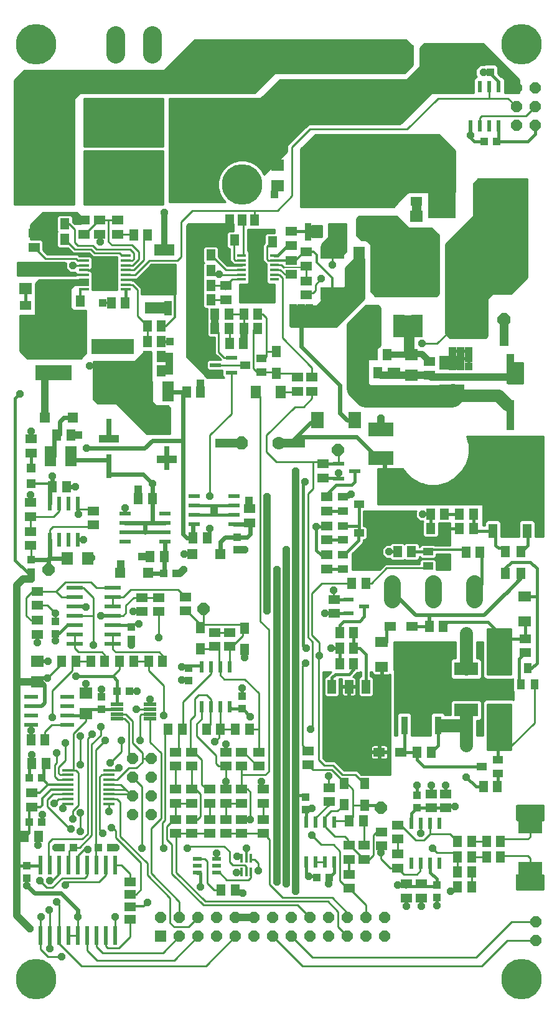
<source format=gtl>
G75*
G70*
%OFA0B0*%
%FSLAX24Y24*%
%IPPOS*%
%LPD*%
%AMOC8*
5,1,8,0,0,1.08239X$1,22.5*
%
%ADD10R,0.0709X0.0551*%
%ADD11R,0.0394X0.0433*%
%ADD12R,0.0512X0.0591*%
%ADD13R,0.0591X0.0512*%
%ADD14R,0.0709X0.0630*%
%ADD15R,0.0680X0.0190*%
%ADD16R,0.0433X0.0394*%
%ADD17R,0.0630X0.0138*%
%ADD18R,0.0220X0.1000*%
%ADD19OC8,0.0594*%
%ADD20C,0.0885*%
%ADD21R,0.0472X0.0591*%
%ADD22R,0.0591X0.0472*%
%ADD23R,0.0450X0.0750*%
%ADD24R,0.2000X0.1250*%
%ADD25OC8,0.0436*%
%ADD26R,0.0236X0.0610*%
%ADD27R,0.0551X0.0394*%
%ADD28R,0.0394X0.0551*%
%ADD29R,0.1260X0.0709*%
%ADD30R,0.0600X0.0220*%
%ADD31R,0.0520X0.0220*%
%ADD32R,0.0370X0.0980*%
%ADD33R,0.2650X0.2570*%
%ADD34R,0.1339X0.0748*%
%ADD35R,0.0780X0.0220*%
%ADD36R,0.0594X0.0594*%
%ADD37R,0.0630X0.1063*%
%ADD38R,0.0710X0.0630*%
%ADD39R,0.1496X0.2165*%
%ADD40R,0.0551X0.0709*%
%ADD41R,0.2165X0.2244*%
%ADD42R,0.0512X0.0669*%
%ADD43R,0.0600X0.1200*%
%ADD44R,0.0500X0.0180*%
%ADD45R,0.0690X0.1160*%
%ADD46R,0.1969X0.0787*%
%ADD47R,0.0300X0.1280*%
%ADD48R,0.0472X0.0472*%
%ADD49R,0.0551X0.0551*%
%ADD50R,0.1063X0.0630*%
%ADD51R,0.0560X0.0140*%
%ADD52C,0.1236*%
%ADD53OC8,0.1236*%
%ADD54R,0.0610X0.0236*%
%ADD55R,0.2244X0.2165*%
%ADD56R,0.0669X0.0512*%
%ADD57R,0.0709X0.0866*%
%ADD58R,0.0140X0.0460*%
%ADD59R,0.0500X0.0220*%
%ADD60R,0.0866X0.0236*%
%ADD61OC8,0.0650*%
%ADD62R,0.0630X0.0709*%
%ADD63R,0.0220X0.0780*%
%ADD64C,0.1000*%
%ADD65OC8,0.0560*%
%ADD66R,0.1640X0.0470*%
%ADD67C,0.0700*%
%ADD68OC8,0.0700*%
%ADD69R,0.0470X0.1640*%
%ADD70R,0.0430X0.1600*%
%ADD71OC8,0.0396*%
%ADD72C,0.0120*%
%ADD73C,0.0160*%
%ADD74C,0.0100*%
%ADD75R,0.0396X0.0396*%
%ADD76C,0.0400*%
%ADD77C,0.0240*%
%ADD78C,0.0200*%
%ADD79C,0.0320*%
%ADD80R,0.0436X0.0436*%
%ADD81C,0.0700*%
%ADD82C,0.2165*%
%ADD83C,0.0500*%
%ADD84C,0.1200*%
%ADD85C,0.0660*%
%ADD86C,0.0180*%
%ADD87C,0.0080*%
%ADD88C,0.0560*%
%ADD89C,0.0140*%
D10*
X028491Y023722D03*
X028491Y025060D03*
X036166Y026147D03*
X036166Y027485D03*
D11*
X030391Y016876D03*
X030391Y016206D03*
X031441Y012051D03*
X031441Y011381D03*
X024416Y016106D03*
X024416Y016776D03*
X021016Y021506D03*
X021016Y022176D03*
X018166Y023006D03*
X018166Y023676D03*
X015091Y025181D03*
X015091Y025851D03*
X016831Y028741D03*
X017500Y028741D03*
X013491Y022126D03*
X013491Y021456D03*
X011016Y025506D03*
X011016Y026176D03*
X009491Y013101D03*
X009491Y012431D03*
X034316Y055531D03*
X034316Y056201D03*
D12*
X025840Y047016D03*
X025092Y047016D03*
X022640Y046466D03*
X021892Y046466D03*
X021685Y047641D03*
X021016Y047641D03*
X020347Y047641D03*
X020615Y046566D03*
X019867Y046566D03*
X019340Y045766D03*
X019340Y044916D03*
X019340Y044141D03*
X019340Y043366D03*
X018592Y043366D03*
X018592Y044141D03*
X018592Y044916D03*
X018592Y045766D03*
X019567Y042591D03*
X019567Y041816D03*
X020315Y041816D03*
X020315Y042591D03*
X021117Y042591D03*
X021117Y041816D03*
X021090Y041041D03*
X020342Y041041D03*
X021865Y041816D03*
X021865Y042591D03*
X018790Y038441D03*
X018042Y038441D03*
X016690Y039566D03*
X016690Y040341D03*
X015942Y040341D03*
X015942Y039566D03*
X015942Y041141D03*
X015942Y041966D03*
X016690Y041966D03*
X016690Y041141D03*
X014765Y043191D03*
X014017Y043191D03*
X012340Y043291D03*
X011592Y043291D03*
X011515Y046591D03*
X011515Y047416D03*
X010767Y047416D03*
X010767Y046591D03*
X015217Y046841D03*
X015965Y046841D03*
X011840Y036116D03*
X011092Y036116D03*
X010867Y033366D03*
X011615Y033366D03*
X015467Y032741D03*
X016215Y032741D03*
X018392Y030641D03*
X019140Y030641D03*
X016840Y029641D03*
X016092Y029641D03*
X016017Y024016D03*
X016765Y024016D03*
X015215Y024016D03*
X014467Y024016D03*
X013665Y024016D03*
X012917Y024016D03*
X012115Y024016D03*
X011367Y024016D03*
X010465Y019816D03*
X009717Y019816D03*
X009767Y018566D03*
X010515Y018566D03*
X010115Y014666D03*
X009367Y014666D03*
X017067Y020391D03*
X017815Y020391D03*
X019117Y020391D03*
X019865Y020391D03*
X020662Y020391D03*
X021410Y020391D03*
X026242Y023891D03*
X026990Y023891D03*
X026990Y024716D03*
X026990Y025566D03*
X026242Y025566D03*
X026242Y024716D03*
X026892Y028191D03*
X027640Y028191D03*
X029342Y029891D03*
X030090Y029891D03*
X031117Y031116D03*
X031117Y031891D03*
X031865Y031891D03*
X031865Y031116D03*
X032667Y031116D03*
X032667Y031891D03*
X033415Y031891D03*
X033415Y031116D03*
X033765Y029866D03*
X033017Y029866D03*
X031790Y025891D03*
X031042Y025891D03*
X031140Y019166D03*
X030392Y019166D03*
X027515Y015491D03*
X026767Y015491D03*
X032567Y014391D03*
X032567Y013566D03*
X032567Y012766D03*
X033315Y012766D03*
X033315Y013566D03*
X033315Y014391D03*
X034117Y014391D03*
X034117Y013566D03*
X034865Y013566D03*
X034865Y014391D03*
X033315Y011966D03*
X032567Y011966D03*
X033942Y017316D03*
X034690Y017316D03*
X020640Y011791D03*
X019892Y011791D03*
X027542Y039466D03*
X028290Y039466D03*
X028042Y040416D03*
X028790Y040416D03*
D13*
X031041Y040065D03*
X031041Y039317D03*
X025541Y032815D03*
X025541Y032067D03*
X025541Y031265D03*
X025541Y030517D03*
X025541Y029715D03*
X025541Y028967D03*
X025941Y027340D03*
X025941Y026592D03*
X021416Y031442D03*
X021416Y032190D03*
X017991Y027465D03*
X017991Y026717D03*
X016566Y026692D03*
X016566Y027440D03*
X015666Y027440D03*
X015666Y026692D03*
X013041Y031317D03*
X013041Y032065D03*
X010041Y027765D03*
X010041Y027017D03*
X010041Y026215D03*
X010041Y025467D03*
X009691Y030217D03*
X009691Y030965D03*
X009691Y031767D03*
X009691Y032515D03*
X009716Y035167D03*
X009716Y035915D03*
X009416Y042317D03*
X009416Y043065D03*
X009891Y046167D03*
X009891Y046915D03*
X012541Y046867D03*
X012541Y047615D03*
X013391Y047615D03*
X013391Y046867D03*
X014366Y046867D03*
X014366Y047615D03*
X020141Y044115D03*
X020141Y043367D03*
X023666Y044717D03*
X023666Y045465D03*
X023666Y046267D03*
X023666Y047015D03*
X024441Y045915D03*
X024441Y045167D03*
X024441Y044365D03*
X024441Y043617D03*
X024766Y039215D03*
X024766Y038467D03*
X023991Y038467D03*
X023991Y039215D03*
X025341Y034590D03*
X025341Y033842D03*
X020341Y025565D03*
X020341Y024817D03*
X019566Y024817D03*
X019566Y025565D03*
X020141Y019165D03*
X020141Y018417D03*
X020991Y018417D03*
X020991Y019165D03*
X021916Y019165D03*
X021916Y018417D03*
X022141Y017190D03*
X022141Y016442D03*
X022141Y015565D03*
X022141Y014817D03*
X020991Y014817D03*
X020991Y015565D03*
X020141Y015565D03*
X020141Y014817D03*
X019296Y014817D03*
X019296Y015565D03*
X019296Y016442D03*
X019296Y017190D03*
X020141Y017190D03*
X020141Y016442D03*
X020992Y016442D03*
X020992Y017190D03*
X018316Y017190D03*
X018316Y016442D03*
X017466Y016442D03*
X017466Y017190D03*
X017466Y018417D03*
X017466Y019165D03*
X018316Y019165D03*
X018316Y018417D03*
X018316Y015565D03*
X018316Y014817D03*
X017466Y014817D03*
X017466Y015565D03*
X015016Y012235D03*
X015016Y011566D03*
X015016Y010897D03*
X015016Y010227D03*
X009741Y016242D03*
X009741Y016990D03*
X024566Y018492D03*
X024566Y019240D03*
X025672Y017269D03*
X025672Y016521D03*
X026766Y014190D03*
X026766Y013442D03*
X027566Y013442D03*
X027566Y014190D03*
X028492Y014146D03*
X028492Y014894D03*
X029366Y015265D03*
X029366Y014517D03*
X029366Y013715D03*
X029366Y012967D03*
X029822Y012121D03*
X029822Y011373D03*
X030628Y011367D03*
X030628Y012115D03*
X031165Y016192D03*
X031165Y016940D03*
X031934Y016940D03*
X031934Y016192D03*
X026766Y012640D03*
X026766Y011892D03*
X036191Y024492D03*
X036191Y025240D03*
X030341Y048642D03*
X030341Y049390D03*
D14*
X030091Y040442D03*
X030091Y039340D03*
X029166Y039442D03*
X029166Y038340D03*
X012666Y022317D03*
X012666Y021215D03*
X010066Y022940D03*
X010066Y024042D03*
D15*
X014336Y021721D03*
X014336Y021471D03*
X014336Y021211D03*
X014336Y020961D03*
X016096Y020961D03*
X016096Y021211D03*
X016096Y021471D03*
X016096Y021721D03*
D16*
X015000Y022416D03*
X014331Y022416D03*
X010275Y017791D03*
X009606Y017791D03*
X009606Y015441D03*
X010275Y015441D03*
X011331Y014066D03*
X012000Y014066D03*
X013306Y014066D03*
X013975Y014066D03*
X009716Y028781D03*
X009716Y029451D03*
X020741Y030006D03*
X020741Y030676D03*
X025006Y012466D03*
X025675Y012466D03*
X033981Y051816D03*
X034650Y051816D03*
D17*
X013893Y018202D03*
X013893Y017946D03*
X013893Y017690D03*
X013893Y017434D03*
X013893Y017178D03*
X013893Y016922D03*
X013893Y016666D03*
X013893Y016410D03*
X011688Y016410D03*
X011688Y016666D03*
X011688Y016922D03*
X011688Y017178D03*
X011688Y017434D03*
X011688Y017690D03*
X011688Y017946D03*
X011688Y018202D03*
D18*
X011716Y013121D03*
X011216Y013121D03*
X010716Y013121D03*
X010216Y013121D03*
X012216Y013121D03*
X012716Y013121D03*
X013216Y013121D03*
X013716Y013121D03*
X014216Y013121D03*
X014216Y009361D03*
X013716Y009361D03*
X013216Y009361D03*
X012716Y009361D03*
X012216Y009361D03*
X011716Y009361D03*
X011216Y009361D03*
X010716Y009361D03*
X010216Y009361D03*
D19*
X015141Y015816D03*
X015141Y016816D03*
X015141Y017816D03*
X015141Y018816D03*
X016141Y018816D03*
X016141Y017816D03*
X016141Y016816D03*
X016141Y015816D03*
X016660Y010323D03*
X017660Y010323D03*
X017660Y009323D03*
X018660Y009323D03*
X018660Y010323D03*
X019660Y010323D03*
X020660Y010323D03*
X020660Y009323D03*
X019660Y009323D03*
X021660Y009323D03*
X021660Y010323D03*
X022660Y010323D03*
X022660Y009323D03*
X023660Y009323D03*
X023660Y010323D03*
X024660Y010323D03*
X024660Y009323D03*
X025660Y009323D03*
X025660Y010323D03*
X026660Y010323D03*
X026660Y009323D03*
X027660Y009323D03*
X027660Y010323D03*
X028660Y010323D03*
X028660Y009323D03*
X036741Y009091D03*
X036741Y010091D03*
X036716Y052691D03*
X036716Y053691D03*
X036716Y054691D03*
X035716Y054691D03*
X035716Y053691D03*
X035716Y052691D03*
D20*
X033450Y028205D02*
X033450Y027320D01*
X031250Y027320D02*
X031250Y028205D01*
X029050Y028205D02*
X029050Y027320D01*
D21*
X035116Y028745D03*
X035966Y028745D03*
X035966Y029887D03*
X035116Y029887D03*
X027591Y017487D03*
X027591Y016345D03*
X026491Y016370D03*
X026491Y017512D03*
X021166Y024670D03*
X021166Y025812D03*
X018791Y025837D03*
X018791Y024695D03*
X022866Y039445D03*
X022866Y040587D03*
D22*
X028970Y025891D03*
X030112Y025891D03*
X029512Y019166D03*
X028370Y019166D03*
D23*
X027651Y022676D03*
X026741Y022676D03*
X025831Y022676D03*
X034456Y031006D03*
X035366Y031006D03*
X036276Y031006D03*
D24*
X035366Y033276D03*
X026741Y020406D03*
D25*
X035041Y042291D03*
X035041Y042291D03*
X035041Y042291D03*
X035041Y042291D03*
D26*
X034764Y052653D03*
X034264Y052653D03*
X033764Y052653D03*
X033264Y052653D03*
X033264Y054779D03*
X033764Y054779D03*
X034264Y054779D03*
X034764Y054779D03*
X020339Y023729D03*
X019839Y023729D03*
X019339Y023729D03*
X018839Y023729D03*
X018839Y021603D03*
X019339Y021603D03*
X019839Y021603D03*
X020339Y021603D03*
X024464Y015429D03*
X024964Y015429D03*
X025464Y015429D03*
X025964Y015429D03*
X025964Y013303D03*
X025464Y013303D03*
X024964Y013303D03*
X024464Y013303D03*
X030089Y013228D03*
X030589Y013228D03*
X031089Y013228D03*
X031589Y013228D03*
X031589Y015354D03*
X031089Y015354D03*
X030589Y015354D03*
X030089Y015354D03*
D27*
X033858Y018391D03*
X034724Y018765D03*
X034724Y018017D03*
X030983Y029142D03*
X030983Y029890D03*
X031849Y029516D03*
X027274Y029341D03*
X026408Y029715D03*
X026408Y028967D03*
X026408Y030517D03*
X026408Y031265D03*
X026408Y032067D03*
X026408Y032815D03*
X027274Y032441D03*
X027274Y030891D03*
X022049Y039492D03*
X022049Y040240D03*
X021183Y039866D03*
D28*
X035942Y022783D03*
X036690Y022783D03*
X036316Y023649D03*
D29*
X034791Y023618D03*
X033016Y023618D03*
X033016Y021414D03*
X034791Y021414D03*
X036441Y015168D03*
X036441Y012964D03*
X025866Y043689D03*
X025866Y045893D03*
D30*
X020441Y040266D03*
X020441Y039466D03*
X019591Y039866D03*
X026191Y034591D03*
X026191Y033791D03*
X027041Y034191D03*
D31*
X026711Y027336D03*
X026711Y026596D03*
X027571Y026966D03*
D32*
X029708Y020597D03*
X031508Y020597D03*
X026366Y046996D03*
X024566Y046996D03*
D33*
X025466Y049576D03*
X030608Y023177D03*
D34*
X028466Y034898D03*
X028466Y036434D03*
X032266Y038473D03*
X032266Y040009D03*
D35*
X011661Y022116D03*
X011661Y021616D03*
X011661Y021116D03*
X011661Y020616D03*
X009721Y020616D03*
X009721Y021116D03*
X009721Y021616D03*
X009721Y022116D03*
D36*
X016660Y009323D03*
D37*
X011867Y034991D03*
X010765Y034991D03*
X015940Y038466D03*
X017042Y038466D03*
X027290Y044391D03*
X027290Y045666D03*
X028392Y045666D03*
X028392Y044391D03*
X031240Y044241D03*
X031240Y045516D03*
X032342Y045516D03*
X032342Y044241D03*
D38*
X030341Y046706D03*
X030341Y047826D03*
X022916Y049456D03*
X022916Y050576D03*
X009416Y045076D03*
X009416Y043956D03*
D39*
X031706Y048791D03*
X035525Y048791D03*
D40*
X023085Y038441D03*
X021747Y038441D03*
D41*
X028416Y049765D03*
D42*
X029315Y047230D03*
X027516Y047230D03*
D43*
X027426Y041966D03*
X029406Y041966D03*
X030401Y041966D03*
X032381Y041966D03*
D44*
X022746Y044449D03*
X022746Y044705D03*
X022746Y044961D03*
X022746Y045221D03*
X022746Y045477D03*
X022746Y045733D03*
X020986Y045733D03*
X020986Y045477D03*
X020986Y045221D03*
X020986Y044961D03*
X020986Y044705D03*
X020986Y044449D03*
D45*
X021866Y045091D03*
D46*
X014264Y040855D03*
X014264Y039477D03*
X010918Y039477D03*
X010918Y040855D03*
D47*
X013891Y036366D03*
X013891Y034466D03*
X016991Y034891D03*
X016991Y036791D03*
D48*
X009716Y034354D03*
X009716Y033528D03*
D49*
X010468Y037066D03*
X011964Y037066D03*
X010716Y043468D03*
X010716Y044964D03*
X018368Y029766D03*
X019864Y029766D03*
X015989Y028766D03*
X014493Y028766D03*
D50*
X016366Y042915D03*
X016366Y044017D03*
X016866Y044915D03*
X016866Y046017D03*
D51*
X014786Y045716D03*
X014786Y045456D03*
X014786Y045196D03*
X014786Y044946D03*
X014786Y044686D03*
X014786Y044436D03*
X014786Y044176D03*
X014786Y043916D03*
X012546Y043916D03*
X012546Y044176D03*
X012546Y044436D03*
X012546Y044686D03*
X012546Y044946D03*
X012546Y045196D03*
X012546Y045456D03*
X012546Y045716D03*
D52*
X022116Y056342D03*
X029266Y056342D03*
D53*
X029266Y053390D03*
X022116Y053390D03*
D54*
X020579Y032868D03*
X020579Y032368D03*
X020579Y031868D03*
X020579Y031368D03*
X018453Y031368D03*
X018453Y031868D03*
X018453Y032368D03*
X018453Y032868D03*
X016879Y031918D03*
X016879Y031418D03*
X016879Y030918D03*
X016879Y030418D03*
X014753Y030418D03*
X014753Y030918D03*
X014753Y031418D03*
X014753Y031918D03*
D55*
X015342Y049766D03*
X015342Y053016D03*
X010917Y053016D03*
X010917Y049766D03*
D56*
X013452Y050666D03*
X013452Y052116D03*
X013452Y053916D03*
X013452Y048866D03*
X017877Y048866D03*
X017877Y050666D03*
X017877Y052116D03*
X017877Y053916D03*
D57*
X025062Y036916D03*
X027070Y036916D03*
D58*
X021501Y013486D03*
X021241Y013486D03*
X020981Y013486D03*
X020981Y012746D03*
X021241Y012746D03*
X021501Y012746D03*
D59*
X019651Y012721D03*
X019651Y013091D03*
X019651Y013461D03*
X018631Y013461D03*
X018631Y013091D03*
X018631Y012721D03*
D60*
X014086Y024966D03*
X014086Y025466D03*
X014086Y025966D03*
X014086Y026466D03*
X014086Y026966D03*
X014086Y027466D03*
X014086Y027966D03*
X012046Y027966D03*
X012046Y027466D03*
X012046Y026966D03*
X012046Y026466D03*
X012046Y025966D03*
X012046Y025466D03*
X012046Y024966D03*
D61*
X010666Y028916D03*
X018941Y026841D03*
X026141Y035341D03*
X028641Y032791D03*
X028441Y016191D03*
D62*
X012742Y029541D03*
X011640Y029541D03*
D63*
X011716Y030521D03*
X011216Y030521D03*
X010716Y030521D03*
X010716Y032461D03*
X011216Y032461D03*
X011716Y032461D03*
X012216Y032461D03*
X012216Y030521D03*
D64*
X014241Y056491D02*
X014241Y057491D01*
X016209Y057491D02*
X016209Y056491D01*
D65*
X033016Y025516D03*
X034791Y025516D03*
X034791Y019516D03*
X033016Y019516D03*
D66*
X023591Y035691D03*
X020391Y035691D03*
D67*
X022991Y035691D03*
X035041Y044291D03*
D68*
X035041Y042291D03*
X020991Y035691D03*
D69*
X035041Y041691D03*
X035041Y044891D03*
D70*
X035391Y039671D03*
X035391Y037211D03*
D71*
X030641Y041016D03*
X028466Y037016D03*
X026191Y034091D03*
X026866Y032966D03*
X024991Y031241D03*
X023891Y029891D03*
X023391Y029991D03*
X022891Y028941D03*
X022366Y028191D03*
X022366Y026716D03*
X023391Y026016D03*
X022891Y025291D03*
X023891Y024741D03*
X024441Y024716D03*
X024416Y023941D03*
X025166Y024316D03*
X025791Y024716D03*
X025466Y026591D03*
X025916Y027816D03*
X023891Y027241D03*
X021141Y029991D03*
X019291Y031116D03*
X019291Y032866D03*
X017916Y029766D03*
X017891Y028941D03*
X015491Y026016D03*
X015191Y026691D03*
X015091Y024891D03*
X016566Y025291D03*
X017791Y023716D03*
X017791Y023016D03*
X016816Y021116D03*
X016096Y021986D03*
X015391Y022416D03*
X015366Y021466D03*
X015566Y019791D03*
X014566Y019791D03*
X013966Y018591D03*
X014416Y018316D03*
X013691Y019791D03*
X012991Y020141D03*
X013441Y020516D03*
X012366Y020041D03*
X011566Y019666D03*
X011091Y019116D03*
X012366Y018491D03*
X010966Y016441D03*
X010316Y015816D03*
X011416Y016166D03*
X011966Y015591D03*
X012366Y015941D03*
X011841Y015066D03*
X012366Y014941D03*
X012741Y013966D03*
X013566Y014816D03*
X014016Y015141D03*
X013891Y015991D03*
X014266Y014066D03*
X015641Y014041D03*
X016816Y014016D03*
X018091Y014016D03*
X019666Y013766D03*
X020741Y013591D03*
X020716Y012716D03*
X021066Y011616D03*
X021891Y012841D03*
X021241Y014016D03*
X021466Y015566D03*
X022891Y016016D03*
X022891Y016841D03*
X022041Y017591D03*
X023891Y017566D03*
X024766Y016166D03*
X024741Y014716D03*
X023891Y013916D03*
X023391Y014016D03*
X023391Y013466D03*
X023891Y012791D03*
X023391Y012141D03*
X022891Y012216D03*
X023891Y011741D03*
X024591Y012541D03*
X025666Y012141D03*
X023891Y015666D03*
X025666Y017891D03*
X024691Y020391D03*
X023891Y019341D03*
X023391Y021066D03*
X023891Y021991D03*
X022891Y023266D03*
X021466Y021066D03*
X021016Y022591D03*
X021166Y024216D03*
X020141Y019591D03*
X019566Y019716D03*
X020141Y017591D03*
X018791Y011966D03*
X015966Y011141D03*
X014216Y010366D03*
X012216Y010366D03*
X011091Y011166D03*
X010691Y010741D03*
X010266Y010366D03*
X009641Y009741D03*
X010716Y008666D03*
X011366Y008241D03*
X009491Y012041D03*
X010191Y012291D03*
X010716Y012291D03*
X011541Y012066D03*
X011041Y014066D03*
X010091Y014191D03*
X009766Y019041D03*
X009716Y020316D03*
X010841Y021016D03*
X010591Y023141D03*
X010616Y024016D03*
X011016Y025116D03*
X010041Y025041D03*
X011016Y026591D03*
X012666Y026916D03*
X013466Y026466D03*
X013066Y024891D03*
X012116Y023216D03*
X012666Y022816D03*
X013491Y022516D03*
X009716Y028416D03*
X012516Y030516D03*
X012941Y029566D03*
X012241Y031891D03*
X012091Y033366D03*
X010866Y033941D03*
X009691Y032916D03*
X009716Y036316D03*
X009116Y038341D03*
X012841Y039841D03*
X012691Y035416D03*
X014766Y032216D03*
X016216Y033516D03*
X021116Y041441D03*
X019566Y042191D03*
X019791Y044716D03*
X020216Y045416D03*
X016866Y048016D03*
X013416Y046466D03*
X011966Y045191D03*
X022366Y032816D03*
X023891Y033216D03*
X023891Y034191D03*
X024391Y033641D03*
X028891Y029891D03*
X030691Y031891D03*
X025266Y044491D03*
X025866Y045241D03*
X033266Y052166D03*
X033941Y055516D03*
X033016Y017841D03*
X032416Y016266D03*
X031915Y017391D03*
X031166Y017391D03*
X030391Y017391D03*
X030591Y014816D03*
X031216Y014016D03*
X032191Y011716D03*
X031441Y010966D03*
X030616Y010941D03*
X029816Y010941D03*
X029341Y012066D03*
X028466Y013791D03*
D72*
X026766Y013442D02*
X026766Y012640D01*
X026767Y015491D02*
X026766Y015491D01*
X030076Y015266D02*
X030089Y015354D01*
X030089Y015293D02*
X030091Y015291D01*
X030391Y016206D02*
X030373Y016239D01*
X031291Y016216D02*
X031291Y016191D01*
X031292Y016192D01*
X031941Y016941D02*
X031916Y016966D01*
X031089Y013228D02*
X031091Y013151D01*
X031441Y012051D02*
X031326Y011990D01*
X021241Y013486D02*
X021241Y014016D01*
X020966Y013616D02*
X020966Y013516D01*
X020991Y013491D01*
X020986Y013491D01*
X020981Y013486D01*
X020991Y013496D01*
X020966Y013616D02*
X020741Y013591D01*
X019666Y013476D02*
X019651Y013461D01*
X019666Y013476D02*
X019666Y013766D01*
X020141Y019165D02*
X020141Y019591D01*
X015966Y011141D02*
X015741Y010916D01*
X015035Y010916D01*
X011688Y017178D02*
X010803Y017178D01*
X010316Y016691D01*
X010316Y016341D01*
X010216Y016241D01*
X009742Y016241D01*
X009741Y016242D01*
X009606Y016107D01*
X009606Y015441D01*
X009606Y014827D01*
X009367Y014666D01*
X009741Y016990D02*
X010188Y016990D01*
X010632Y017434D01*
X010275Y017791D01*
X010141Y017656D01*
X010632Y017434D02*
X011688Y017434D01*
X015467Y032741D02*
X015466Y033231D01*
X010891Y033541D02*
X010877Y033528D01*
X010841Y033528D01*
X009716Y033528D01*
X013566Y043191D02*
X014017Y043191D01*
X016366Y042915D02*
X016532Y043081D01*
X017041Y043081D01*
X017416Y042416D02*
X016966Y041966D01*
X016690Y041966D01*
X017416Y042416D02*
X017416Y044141D01*
X022746Y045477D02*
X023654Y045477D01*
X023666Y045465D02*
X023666Y045491D01*
X023691Y045466D02*
X023891Y045466D01*
X024340Y045915D01*
X024441Y045915D01*
X024867Y045915D01*
X025016Y045766D01*
X025016Y045366D01*
X025866Y044516D01*
X025866Y043689D01*
X024365Y045091D02*
X024441Y045167D01*
X024666Y047016D02*
X024591Y047091D01*
X024666Y047016D02*
X025092Y047016D01*
X030991Y029991D02*
X030991Y029891D01*
X030991Y029991D02*
X033016Y029991D01*
X033016Y029890D01*
X033017Y029890D01*
X011591Y046541D02*
X011591Y046765D01*
X011515Y046591D01*
D73*
X013452Y048866D02*
X013452Y049791D01*
X013477Y049766D01*
X015342Y049766D01*
X013452Y049791D02*
X013452Y050666D01*
X013452Y052116D02*
X013452Y053016D01*
X015342Y053016D01*
X013452Y053016D02*
X013452Y053916D01*
X010917Y053016D02*
X010917Y049766D01*
X009416Y043956D02*
X009416Y043065D01*
X009116Y038341D02*
X008866Y038091D01*
X008866Y029441D01*
X009525Y028781D01*
X009716Y028781D01*
X011666Y025966D02*
X011216Y025516D01*
X011025Y025516D01*
X011016Y025506D01*
X011016Y025116D01*
X011666Y025966D02*
X012046Y025966D01*
X014086Y025966D02*
X014975Y025966D01*
X015091Y025851D01*
X015075Y025966D01*
X015191Y026691D02*
X015666Y026691D01*
X015666Y026692D01*
X015666Y029616D02*
X015691Y029641D01*
X016092Y029641D01*
X015966Y030916D02*
X015964Y030918D01*
X016877Y030916D02*
X016879Y030918D01*
X017916Y029766D02*
X018368Y029766D01*
X019140Y030641D02*
X019291Y030792D01*
X019291Y031116D01*
X019516Y031866D02*
X019514Y031868D01*
X018453Y031868D01*
X018453Y032368D02*
X019514Y032368D01*
X019516Y032366D01*
X019516Y032116D01*
X019516Y031866D01*
X019518Y031868D01*
X020579Y031868D01*
X020579Y032368D02*
X019543Y032368D01*
X019541Y032366D01*
X019516Y032366D01*
X021391Y032215D02*
X021416Y032190D01*
X021391Y032215D02*
X021391Y032616D01*
X020991Y035691D02*
X020391Y035691D01*
X018791Y038442D02*
X018790Y038441D01*
X018791Y038442D02*
X018791Y038901D01*
X017116Y039576D02*
X017106Y039566D01*
X016690Y039566D01*
X016690Y040341D02*
X017101Y040341D01*
X017116Y040326D01*
X017141Y041116D02*
X017141Y041141D01*
X016691Y041141D01*
X014766Y043191D02*
X014791Y043216D01*
X014791Y043841D01*
X017877Y048866D02*
X017877Y050666D01*
X017877Y052116D01*
X017877Y053916D01*
X021016Y047641D02*
X021091Y047566D01*
X021091Y047391D01*
X020615Y046566D02*
X020541Y046492D01*
X020541Y046391D01*
X018592Y045766D02*
X018592Y044916D01*
X018592Y044141D01*
X018592Y043366D01*
X022746Y045733D02*
X022908Y045733D01*
X023441Y046266D01*
X023665Y046266D01*
X023666Y046267D01*
X023666Y047015D02*
X024391Y047019D01*
X024515Y047065D01*
X024591Y047091D01*
X027466Y041516D02*
X027491Y040541D01*
X028042Y040416D01*
X027216Y040266D02*
X027266Y039466D01*
X027542Y039466D01*
X029166Y038340D02*
X029166Y038266D01*
X029241Y038191D01*
X027041Y034191D02*
X027041Y033616D01*
X026891Y033466D01*
X026041Y033466D01*
X025541Y032966D01*
X025541Y032815D01*
X025541Y032067D02*
X026408Y032067D01*
X026408Y032815D02*
X026392Y032815D01*
X026391Y032816D01*
X026716Y032816D01*
X026866Y032966D01*
X027274Y032441D02*
X027274Y031266D01*
X027273Y031265D01*
X026408Y031265D01*
X026408Y030517D02*
X025541Y030517D01*
X025517Y031241D02*
X025541Y031265D01*
X025517Y031241D02*
X024991Y031241D01*
X024991Y029966D01*
X025241Y029716D01*
X025540Y029716D01*
X025541Y029715D01*
X025541Y028967D02*
X026408Y028967D01*
X026408Y029715D02*
X026490Y029715D01*
X027266Y030491D01*
X027266Y030883D01*
X027274Y030891D01*
X027274Y031266D01*
X028891Y029891D02*
X029342Y029891D01*
X030090Y029891D02*
X030982Y029891D01*
X030983Y029890D01*
X031117Y031116D02*
X031117Y031891D01*
X030691Y031891D01*
X031865Y031891D02*
X032667Y031891D01*
X032667Y031116D02*
X031865Y031116D01*
X033017Y029890D02*
X033041Y029866D01*
X033765Y029866D02*
X033844Y029787D01*
X033844Y028156D01*
X033450Y027762D01*
X034191Y026116D02*
X034791Y025516D01*
X035067Y025240D01*
X036191Y025240D01*
X036191Y026122D01*
X036166Y026147D01*
X036165Y026371D01*
X036166Y027485D02*
X036810Y027485D01*
X036816Y027491D01*
X036816Y028991D01*
X036466Y029341D01*
X035441Y029341D01*
X035116Y029016D01*
X035116Y028745D01*
X035116Y029887D02*
X035112Y029891D01*
X035112Y029945D01*
X034966Y030091D01*
X034741Y030091D01*
X034591Y030241D01*
X034591Y030871D01*
X034456Y031006D01*
X033500Y031006D01*
X033415Y031116D01*
X033415Y031891D01*
X035966Y029866D02*
X036316Y030216D01*
X036316Y030966D01*
X036276Y031006D01*
X036816Y027491D02*
X036816Y023941D01*
X036524Y023649D01*
X036316Y023649D01*
X035866Y024167D02*
X036191Y024492D01*
X035866Y024167D02*
X035866Y022866D01*
X035942Y022790D01*
X035942Y022783D01*
X034791Y019516D02*
X034724Y019449D01*
X034724Y018765D01*
X034724Y018017D02*
X034724Y017350D01*
X034690Y017316D01*
X033942Y017316D02*
X033541Y017316D01*
X033016Y017841D01*
X033858Y018391D02*
X030766Y018391D01*
X030391Y018766D01*
X030391Y019165D01*
X030392Y019166D01*
X030391Y019166D02*
X030416Y019191D01*
X030416Y019166D01*
X030391Y019166D02*
X029512Y019166D01*
X029708Y019362D01*
X029708Y020597D01*
X028466Y022766D02*
X028491Y022791D01*
X028491Y023722D01*
X027651Y024381D02*
X027651Y022676D01*
X026741Y023341D02*
X026991Y023591D01*
X026991Y023890D01*
X026990Y023891D01*
X026741Y023341D02*
X026016Y023341D01*
X025831Y023156D01*
X025831Y022676D01*
X026242Y023891D02*
X026242Y024716D01*
X025791Y024716D01*
X026241Y025567D02*
X026242Y025566D01*
X026241Y025567D02*
X026241Y025966D01*
X026441Y026166D01*
X027316Y026166D01*
X027571Y026421D01*
X027571Y026966D01*
X026711Y027336D02*
X025945Y027336D01*
X025941Y027340D01*
X025941Y026592D02*
X026707Y026592D01*
X026711Y026596D01*
X025941Y026592D02*
X025940Y026591D01*
X025466Y026591D01*
X024291Y024866D02*
X024291Y033541D01*
X024391Y033641D01*
X025341Y033842D02*
X026140Y033842D01*
X026191Y033791D01*
X026191Y034091D01*
X026191Y034591D02*
X025342Y034591D01*
X025341Y034590D01*
X023591Y035691D02*
X022991Y035691D01*
X016991Y034891D02*
X016916Y034816D01*
X016666Y034816D01*
X014766Y032216D02*
X014753Y032203D01*
X014753Y031918D01*
X012941Y029566D02*
X012916Y029541D01*
X012742Y029541D01*
X012516Y030516D02*
X012221Y030516D01*
X012216Y030521D01*
X009716Y034354D02*
X009716Y035167D01*
X009716Y035915D02*
X009716Y036316D01*
X011840Y036116D02*
X012266Y036116D01*
X013891Y035991D02*
X014216Y035916D01*
X013891Y035991D02*
X013891Y036366D01*
X017791Y023716D02*
X018125Y023716D01*
X018166Y023676D01*
X018166Y023791D02*
X018777Y023791D01*
X018839Y023729D01*
X018231Y023141D02*
X018166Y023006D01*
X018156Y023016D01*
X017791Y023016D01*
X016096Y021986D02*
X016096Y021721D01*
X015391Y022416D02*
X015000Y022416D01*
X014341Y022441D02*
X014341Y022416D01*
X014331Y022416D02*
X014331Y023001D01*
X014116Y023216D01*
X014091Y023216D01*
X012116Y023216D01*
X012666Y022816D02*
X012666Y022317D01*
X013491Y022126D02*
X013491Y022516D01*
X014336Y022436D02*
X014336Y021721D01*
X014336Y021471D02*
X013505Y021471D01*
X013491Y021456D01*
X012907Y021456D01*
X012666Y021215D01*
X012591Y021116D02*
X011661Y021116D01*
X010591Y023141D02*
X010267Y023141D01*
X010066Y022940D01*
X009721Y020616D02*
X009716Y020611D01*
X009716Y020316D01*
X009716Y019817D01*
X009717Y019816D01*
X009766Y019041D02*
X009767Y019040D01*
X009767Y018566D01*
X009606Y018405D01*
X009606Y017791D01*
X010275Y017791D02*
X010366Y017791D01*
X010391Y017816D01*
X010391Y018442D01*
X010515Y018566D01*
X010316Y015816D02*
X010316Y015481D01*
X010275Y015441D01*
X010115Y014666D02*
X010091Y014642D01*
X010091Y014191D01*
X009367Y014666D02*
X009016Y014666D01*
X008966Y014716D01*
X009000Y013101D02*
X008966Y013066D01*
X009000Y013101D02*
X009491Y013101D01*
X010195Y013101D01*
X010216Y013121D01*
X009491Y012431D02*
X009491Y012041D01*
X014336Y022436D02*
X014341Y022441D01*
X020339Y021603D02*
X020341Y021601D01*
X020341Y021591D01*
X020425Y021506D01*
X021016Y021506D01*
X021050Y021506D01*
X021041Y021491D02*
X021466Y021066D01*
X021016Y022176D02*
X021016Y022591D01*
X020341Y021616D02*
X020341Y021601D01*
X023891Y016891D02*
X023916Y016866D01*
X024416Y016866D01*
X024416Y016776D01*
X024416Y016106D02*
X024400Y016091D01*
X024416Y016106D02*
X024464Y016058D01*
X024658Y016058D01*
X024766Y016166D01*
X024464Y016058D02*
X024464Y015429D01*
X024464Y013303D02*
X024464Y012643D01*
X024591Y012541D01*
X024956Y012516D01*
X025006Y012466D01*
X025666Y012466D02*
X025666Y012141D01*
X025675Y012466D02*
X025764Y012554D01*
X025716Y012491D02*
X025964Y012739D01*
X025964Y013303D01*
X027591Y016345D02*
X028312Y016345D01*
X028441Y016191D01*
X030089Y015904D02*
X030089Y015354D01*
X030089Y015904D02*
X030391Y016206D01*
X030405Y016192D01*
X031165Y016192D01*
X031092Y016192D01*
X031091Y016191D01*
X031165Y016192D02*
X031934Y016192D01*
X032033Y016291D01*
X032416Y016266D01*
X031934Y016940D02*
X031915Y016959D01*
X031915Y017391D01*
X031166Y017391D02*
X031166Y016940D01*
X031165Y016940D01*
X030391Y016876D02*
X030391Y017391D01*
X030366Y016241D02*
X030391Y016206D01*
X031140Y019166D02*
X031508Y019534D01*
X031508Y020597D01*
X028760Y025060D02*
X028766Y025066D01*
X028766Y025866D01*
X028941Y025866D01*
X028966Y025891D01*
X028760Y025060D02*
X028491Y025060D01*
X027651Y024381D02*
X027316Y024716D01*
X026990Y024716D01*
X026990Y025566D01*
X024441Y024716D02*
X024291Y024866D01*
X030112Y025891D02*
X031042Y025891D01*
X031790Y025891D02*
X032015Y026116D01*
X034191Y026116D01*
X035891Y016141D02*
X036266Y016141D01*
X036641Y016141D02*
X036641Y015716D01*
X036616Y015716D01*
X036441Y015541D01*
X036266Y015716D01*
X035891Y015716D01*
X036441Y015541D02*
X036441Y015168D01*
X036641Y015716D02*
X036991Y015716D01*
X036991Y016141D02*
X036641Y016141D01*
X036441Y012964D02*
X036641Y012764D01*
X036641Y012416D01*
X036266Y012416D01*
X036641Y012416D02*
X036991Y012416D01*
X036991Y011991D01*
X036641Y011991D01*
X036266Y011991D02*
X035891Y011991D01*
X035891Y012416D01*
X032567Y011966D02*
X032317Y011716D01*
X032191Y011716D01*
X031441Y012051D02*
X031441Y012391D01*
X031091Y012741D01*
X031091Y013151D01*
X030628Y012115D02*
X030628Y012052D01*
X030566Y011990D01*
X029816Y011990D01*
X029815Y011991D01*
X029791Y011991D01*
X029767Y011990D02*
X029766Y011991D01*
X029767Y011990D02*
X029816Y011990D01*
X029766Y012016D02*
X029766Y012065D01*
X029822Y012121D01*
X029766Y012066D01*
X029341Y012066D01*
X029822Y011373D02*
X029822Y010947D01*
X029816Y010941D01*
X030616Y010941D02*
X030616Y011355D01*
X030628Y011367D01*
X030616Y011990D02*
X030622Y011996D01*
X030622Y011996D01*
X030616Y011990D02*
X030566Y011990D01*
X030616Y011990D02*
X031326Y011990D01*
X031381Y011991D02*
X031441Y012051D01*
X031381Y011991D02*
X031091Y011991D01*
X030753Y011990D02*
X030628Y012115D01*
X031441Y011381D02*
X031441Y010966D01*
X018791Y011966D02*
X018791Y012691D01*
X018731Y012706D01*
X018616Y012706D01*
X018631Y012721D01*
X032291Y038241D02*
X032266Y038266D01*
X032266Y038473D01*
X032291Y039791D02*
X032291Y039984D01*
X032266Y040009D01*
X032266Y040191D01*
X032291Y040216D01*
X032716Y040216D01*
X033141Y040216D01*
X033141Y040641D01*
X032716Y040641D01*
X032291Y040641D01*
X032291Y039791D02*
X032716Y039791D01*
X033141Y039791D02*
X033141Y040216D01*
X035041Y041691D02*
X035041Y042291D01*
X035891Y039466D02*
X035866Y039216D01*
X035891Y039116D02*
X035891Y039466D01*
X036316Y051841D02*
X034675Y051841D01*
X034650Y051816D01*
X034764Y051929D01*
X034764Y052653D01*
X033956Y051841D02*
X033981Y051816D01*
X033956Y051841D02*
X033466Y051841D01*
X033264Y052043D01*
X033264Y052653D01*
X033266Y052655D01*
X034764Y054779D02*
X034764Y055018D01*
X034316Y055466D01*
X034341Y055491D01*
X034391Y055516D02*
X034316Y055441D01*
X034391Y055516D02*
X033941Y055516D01*
X034306Y056116D02*
X034316Y056201D01*
X036716Y052691D02*
X036716Y052241D01*
X036316Y051841D01*
D74*
X036216Y053191D02*
X036716Y053691D01*
X036216Y053191D02*
X033866Y053191D01*
X033764Y053089D01*
X033764Y052653D01*
X034291Y054141D02*
X035241Y054141D01*
X035716Y053691D01*
X035841Y054441D02*
X035092Y054441D01*
X035092Y055171D01*
X034969Y055294D01*
X034898Y055294D01*
X034723Y055469D01*
X034723Y055835D01*
X034600Y055958D01*
X034032Y055958D01*
X033998Y055924D01*
X033772Y055924D01*
X033533Y055685D01*
X033533Y055347D01*
X033586Y055294D01*
X033559Y055294D01*
X033436Y055171D01*
X033436Y054441D01*
X031166Y054441D01*
X029541Y052816D01*
X029460Y052751D01*
X024614Y052751D01*
X024519Y052711D01*
X023470Y051663D01*
X023431Y051568D01*
X023431Y051306D01*
X022197Y050072D01*
X022049Y050329D01*
X021808Y050570D01*
X021513Y050740D01*
X021184Y050828D01*
X020844Y050828D01*
X020515Y050740D01*
X020221Y050570D01*
X019980Y050329D01*
X019810Y050034D01*
X019722Y049706D01*
X019722Y049365D01*
X019810Y049036D01*
X019980Y048742D01*
X020131Y048591D01*
X017116Y048591D01*
X017116Y054116D01*
X022016Y054116D01*
X023041Y055141D01*
X029866Y055141D01*
X030541Y055816D01*
X030541Y056816D01*
X030791Y057066D01*
X033916Y057066D01*
X035841Y055141D01*
X035841Y054441D01*
X035841Y054494D02*
X035092Y054494D01*
X035092Y054593D02*
X035841Y054593D01*
X035841Y054691D02*
X035092Y054691D01*
X035092Y054790D02*
X035841Y054790D01*
X035841Y054888D02*
X035092Y054888D01*
X035092Y054987D02*
X035841Y054987D01*
X035841Y055085D02*
X035092Y055085D01*
X035079Y055184D02*
X035798Y055184D01*
X035700Y055282D02*
X034981Y055282D01*
X034811Y055381D02*
X035601Y055381D01*
X035503Y055479D02*
X034723Y055479D01*
X034723Y055578D02*
X035404Y055578D01*
X035306Y055676D02*
X034723Y055676D01*
X034723Y055775D02*
X035207Y055775D01*
X035109Y055873D02*
X034684Y055873D01*
X034912Y056070D02*
X030541Y056070D01*
X030541Y055972D02*
X035010Y055972D01*
X034813Y056169D02*
X030541Y056169D01*
X030541Y056267D02*
X034715Y056267D01*
X034616Y056366D02*
X030541Y056366D01*
X030541Y056464D02*
X034518Y056464D01*
X034419Y056563D02*
X030541Y056563D01*
X030541Y056661D02*
X034321Y056661D01*
X034222Y056760D02*
X030541Y056760D01*
X030583Y056858D02*
X034124Y056858D01*
X034025Y056957D02*
X030681Y056957D01*
X030780Y057055D02*
X033927Y057055D01*
X033721Y055873D02*
X030541Y055873D01*
X030499Y055775D02*
X033622Y055775D01*
X033533Y055676D02*
X030401Y055676D01*
X030302Y055578D02*
X033533Y055578D01*
X033533Y055479D02*
X030204Y055479D01*
X030105Y055381D02*
X033533Y055381D01*
X033547Y055282D02*
X030007Y055282D01*
X029908Y055184D02*
X033448Y055184D01*
X033436Y055085D02*
X022985Y055085D01*
X022886Y054987D02*
X033436Y054987D01*
X033436Y054888D02*
X022788Y054888D01*
X022689Y054790D02*
X033436Y054790D01*
X033436Y054691D02*
X022591Y054691D01*
X022492Y054593D02*
X033436Y054593D01*
X033436Y054494D02*
X022394Y054494D01*
X022295Y054396D02*
X031120Y054396D01*
X031022Y054297D02*
X022197Y054297D01*
X022098Y054199D02*
X030923Y054199D01*
X030825Y054100D02*
X017116Y054100D01*
X017116Y054002D02*
X030726Y054002D01*
X030628Y053903D02*
X017116Y053903D01*
X017116Y053805D02*
X030529Y053805D01*
X030431Y053706D02*
X017116Y053706D01*
X017116Y053608D02*
X030332Y053608D01*
X030234Y053509D02*
X017116Y053509D01*
X017116Y053411D02*
X030135Y053411D01*
X030037Y053312D02*
X017116Y053312D01*
X017116Y053214D02*
X029938Y053214D01*
X029840Y053115D02*
X017116Y053115D01*
X017116Y053017D02*
X029741Y053017D01*
X029643Y052918D02*
X017116Y052918D01*
X017116Y052820D02*
X029544Y052820D01*
X029866Y052491D02*
X024666Y052491D01*
X023691Y051516D01*
X023691Y048916D01*
X022916Y048141D01*
X021685Y048141D01*
X018341Y048141D01*
X017741Y047541D01*
X017741Y045666D01*
X017541Y045466D01*
X016066Y045466D01*
X015286Y044686D01*
X014786Y044686D01*
X014866Y044446D02*
X015136Y044446D01*
X015156Y044466D01*
X015377Y044466D01*
X016157Y045246D01*
X017441Y045246D01*
X017441Y043666D01*
X015636Y043666D01*
X015636Y043982D01*
X015507Y044111D01*
X015232Y044386D01*
X015222Y044396D01*
X015156Y044396D01*
X015136Y044416D01*
X014866Y044416D01*
X014866Y044446D01*
X015137Y044447D02*
X017441Y044447D01*
X017441Y044349D02*
X015269Y044349D01*
X015368Y044250D02*
X017441Y044250D01*
X017441Y044152D02*
X015466Y044152D01*
X015565Y044053D02*
X017441Y044053D01*
X017416Y044141D02*
X017091Y044466D01*
X016367Y044466D01*
X016366Y044017D01*
X015752Y044841D02*
X017441Y044841D01*
X017441Y044743D02*
X015654Y044743D01*
X015555Y044644D02*
X017441Y044644D01*
X017441Y044546D02*
X015457Y044546D01*
X015221Y044946D02*
X015766Y045491D01*
X015766Y046741D01*
X015866Y046741D01*
X015965Y046840D01*
X015965Y046841D01*
X015891Y046741D02*
X015866Y046741D01*
X015116Y046291D02*
X015491Y045916D01*
X015491Y045516D01*
X015171Y045196D01*
X014786Y045196D01*
X014786Y044946D02*
X015221Y044946D01*
X015131Y045456D02*
X014786Y045456D01*
X014786Y045716D02*
X014591Y045716D01*
X014441Y045866D01*
X013116Y045866D01*
X012916Y046066D01*
X012066Y046066D01*
X011591Y046541D01*
X011695Y046126D02*
X011189Y046126D01*
X011089Y046225D01*
X011089Y046957D01*
X011136Y047003D01*
X011089Y047050D01*
X011089Y047782D01*
X011189Y047881D01*
X011841Y047881D01*
X011941Y047782D01*
X011941Y047527D01*
X011961Y047507D01*
X012052Y047416D01*
X012391Y047416D01*
X012391Y047841D01*
X012166Y048016D01*
X010341Y048016D01*
X009691Y047366D01*
X009680Y046593D01*
X010257Y046593D01*
X010356Y046493D01*
X010356Y046013D01*
X010583Y045786D01*
X012207Y045786D01*
X012297Y045696D01*
X012896Y045696D01*
X012996Y045596D01*
X012996Y045056D01*
X012896Y044956D01*
X012741Y044956D01*
X012741Y044926D01*
X012896Y044926D01*
X012996Y044826D01*
X012996Y043891D01*
X014336Y043891D01*
X014336Y045646D01*
X013025Y045646D01*
X012825Y045846D01*
X011975Y045846D01*
X011695Y046126D01*
X011699Y046122D02*
X010356Y046122D01*
X010356Y046220D02*
X011094Y046220D01*
X011089Y046319D02*
X010356Y046319D01*
X010356Y046417D02*
X011089Y046417D01*
X011089Y046516D02*
X010334Y046516D01*
X010356Y046023D02*
X011798Y046023D01*
X011896Y045925D02*
X010444Y045925D01*
X010543Y045826D02*
X012845Y045826D01*
X012943Y045728D02*
X012265Y045728D01*
X012116Y045566D02*
X012226Y045456D01*
X012546Y045456D01*
X012546Y045196D02*
X011971Y045196D01*
X011966Y045191D01*
X011697Y044940D02*
X008991Y044940D01*
X008991Y045038D02*
X011598Y045038D01*
X011813Y044823D01*
X012096Y044823D01*
X012096Y044806D01*
X012116Y044786D01*
X012116Y044666D01*
X008991Y044666D01*
X008991Y045366D01*
X010392Y045355D01*
X010401Y045346D01*
X011491Y045346D01*
X011599Y045345D01*
X011598Y045343D01*
X011598Y045038D01*
X011598Y045137D02*
X008991Y045137D01*
X008991Y045235D02*
X011598Y045235D01*
X011598Y045334D02*
X008991Y045334D01*
X008991Y044841D02*
X011795Y044841D01*
X012116Y044743D02*
X008991Y044743D01*
X009966Y044241D02*
X010166Y044441D01*
X011991Y044441D01*
X012016Y044416D01*
X012766Y044416D01*
X012766Y044166D01*
X012016Y044166D01*
X011816Y043966D01*
X011816Y042916D01*
X011941Y042791D01*
X012666Y042791D01*
X012666Y040516D01*
X012391Y040241D01*
X009516Y040241D01*
X009116Y040641D01*
X009116Y042516D01*
X009966Y042516D01*
X009966Y044241D01*
X009975Y044250D02*
X012766Y044250D01*
X012766Y044349D02*
X010073Y044349D01*
X009966Y044152D02*
X012001Y044152D01*
X011903Y044053D02*
X009966Y044053D01*
X009966Y043955D02*
X011816Y043955D01*
X011816Y043856D02*
X009966Y043856D01*
X009966Y043758D02*
X011816Y043758D01*
X011816Y043659D02*
X009966Y043659D01*
X009966Y043561D02*
X011816Y043561D01*
X011816Y043462D02*
X009966Y043462D01*
X009966Y043364D02*
X011816Y043364D01*
X011816Y043265D02*
X009966Y043265D01*
X009966Y043167D02*
X011816Y043167D01*
X011816Y043068D02*
X009966Y043068D01*
X009966Y042970D02*
X011816Y042970D01*
X011861Y042871D02*
X009966Y042871D01*
X009966Y042773D02*
X012666Y042773D01*
X012666Y042674D02*
X009966Y042674D01*
X009966Y042576D02*
X012666Y042576D01*
X012666Y042477D02*
X009116Y042477D01*
X009116Y042379D02*
X012666Y042379D01*
X012666Y042280D02*
X009116Y042280D01*
X009116Y042182D02*
X012666Y042182D01*
X012666Y042083D02*
X009116Y042083D01*
X009116Y041985D02*
X012666Y041985D01*
X012666Y041886D02*
X009116Y041886D01*
X009116Y041788D02*
X012666Y041788D01*
X012666Y041689D02*
X009116Y041689D01*
X009116Y041591D02*
X012666Y041591D01*
X012666Y041492D02*
X009116Y041492D01*
X009116Y041394D02*
X012666Y041394D01*
X012666Y041295D02*
X009116Y041295D01*
X009116Y041197D02*
X012666Y041197D01*
X012666Y041098D02*
X009116Y041098D01*
X009116Y041000D02*
X012666Y041000D01*
X012666Y040901D02*
X009116Y040901D01*
X009116Y040803D02*
X012666Y040803D01*
X012666Y040704D02*
X009116Y040704D01*
X009151Y040606D02*
X012666Y040606D01*
X012657Y040507D02*
X009250Y040507D01*
X009348Y040409D02*
X012558Y040409D01*
X012460Y040310D02*
X009447Y040310D01*
X011486Y044436D02*
X012546Y044436D01*
X012741Y044940D02*
X014336Y044940D01*
X014336Y045038D02*
X012978Y045038D01*
X012996Y045137D02*
X014336Y045137D01*
X014336Y045235D02*
X012996Y045235D01*
X012996Y045334D02*
X014336Y045334D01*
X014336Y045432D02*
X012996Y045432D01*
X012996Y045531D02*
X014336Y045531D01*
X014336Y045629D02*
X012963Y045629D01*
X013216Y046066D02*
X013016Y046266D01*
X012216Y046266D01*
X012041Y046441D01*
X012041Y047116D01*
X011741Y047416D01*
X011515Y047416D01*
X011089Y047402D02*
X009727Y047402D01*
X009690Y047304D02*
X011089Y047304D01*
X011089Y047205D02*
X009689Y047205D01*
X009687Y047107D02*
X011089Y047107D01*
X011131Y047008D02*
X009686Y047008D01*
X009684Y046910D02*
X011089Y046910D01*
X011089Y046811D02*
X009683Y046811D01*
X009682Y046713D02*
X011089Y046713D01*
X011089Y046614D02*
X009680Y046614D01*
X009891Y046167D02*
X010492Y045566D01*
X012116Y045566D01*
X012541Y046867D02*
X012592Y046867D01*
X013340Y047615D01*
X013391Y047615D01*
X013289Y047615D01*
X013391Y047615D02*
X013392Y047616D01*
X013866Y047616D01*
X014365Y047616D01*
X014366Y047615D01*
X014442Y047591D01*
X013866Y047616D02*
X013866Y046466D01*
X014041Y046291D01*
X015116Y046291D01*
X015016Y046066D02*
X013216Y046066D01*
X013416Y046466D02*
X013391Y046867D01*
X014366Y046867D02*
X015191Y046867D01*
X015217Y046841D01*
X015016Y046066D02*
X015216Y045866D01*
X015216Y045541D01*
X015131Y045456D01*
X015851Y044940D02*
X017441Y044940D01*
X017441Y045038D02*
X015949Y045038D01*
X016048Y045137D02*
X017441Y045137D01*
X017441Y045235D02*
X016146Y045235D01*
X015636Y043955D02*
X017441Y043955D01*
X017441Y043856D02*
X015636Y043856D01*
X015636Y043758D02*
X017441Y043758D01*
X018041Y043758D02*
X018932Y043758D01*
X018936Y043753D02*
X018914Y043732D01*
X018914Y043000D01*
X019014Y042901D01*
X019141Y042901D01*
X019141Y042225D01*
X019163Y042203D01*
X019141Y042182D01*
X019141Y041450D01*
X019240Y041351D01*
X019546Y041351D01*
X019546Y040475D01*
X019675Y040346D01*
X019875Y040146D01*
X019220Y040146D01*
X019121Y040046D01*
X019121Y039686D01*
X019220Y039586D01*
X019961Y039586D01*
X019971Y039596D01*
X019971Y039286D01*
X020065Y039191D01*
X019166Y039191D01*
X018041Y040316D01*
X018041Y047316D01*
X018166Y047441D01*
X020541Y047441D01*
X020541Y047031D01*
X020289Y047031D01*
X020189Y046932D01*
X020189Y046200D01*
X020289Y046101D01*
X020371Y046101D01*
X020371Y045450D01*
X020500Y045321D01*
X020541Y045280D01*
X020541Y045181D01*
X020236Y045181D01*
X019766Y045651D01*
X019766Y046132D01*
X019666Y046231D01*
X019014Y046231D01*
X018914Y046132D01*
X018914Y045400D01*
X018973Y045341D01*
X018914Y045282D01*
X018914Y044550D01*
X018936Y044528D01*
X018914Y044507D01*
X018914Y043775D01*
X018936Y043753D01*
X018914Y043659D02*
X018041Y043659D01*
X018041Y043561D02*
X018914Y043561D01*
X018914Y043462D02*
X018041Y043462D01*
X018041Y043364D02*
X018914Y043364D01*
X018914Y043265D02*
X018041Y043265D01*
X018041Y043167D02*
X018914Y043167D01*
X018914Y043068D02*
X018041Y043068D01*
X018041Y042970D02*
X018945Y042970D01*
X019141Y042871D02*
X018041Y042871D01*
X018041Y042773D02*
X019141Y042773D01*
X019141Y042674D02*
X018041Y042674D01*
X018041Y042576D02*
X019141Y042576D01*
X019141Y042477D02*
X018041Y042477D01*
X018041Y042379D02*
X019141Y042379D01*
X019141Y042280D02*
X018041Y042280D01*
X018041Y042182D02*
X019141Y042182D01*
X019141Y042083D02*
X018041Y042083D01*
X018041Y041985D02*
X019141Y041985D01*
X019141Y041886D02*
X018041Y041886D01*
X018041Y041788D02*
X019141Y041788D01*
X019141Y041689D02*
X018041Y041689D01*
X018041Y041591D02*
X019141Y041591D01*
X019141Y041492D02*
X018041Y041492D01*
X018041Y041394D02*
X019198Y041394D01*
X019546Y041295D02*
X018041Y041295D01*
X018041Y041197D02*
X019546Y041197D01*
X019546Y041098D02*
X018041Y041098D01*
X018041Y041000D02*
X019546Y041000D01*
X019546Y040901D02*
X018041Y040901D01*
X018041Y040803D02*
X019546Y040803D01*
X019546Y040704D02*
X018041Y040704D01*
X018041Y040606D02*
X019546Y040606D01*
X019546Y040507D02*
X018041Y040507D01*
X018041Y040409D02*
X019612Y040409D01*
X019711Y040310D02*
X018047Y040310D01*
X018145Y040212D02*
X019809Y040212D01*
X020066Y040266D02*
X019766Y040566D01*
X019766Y041616D01*
X019566Y041816D01*
X019566Y041817D02*
X019567Y041816D01*
X019566Y041815D01*
X019566Y041817D02*
X019566Y042191D01*
X019566Y042590D01*
X019567Y042591D01*
X020315Y042591D02*
X021117Y042591D01*
X021117Y041816D01*
X021116Y041815D01*
X021116Y041441D01*
X021090Y041415D01*
X021090Y041041D01*
X020917Y041068D01*
X020342Y041041D02*
X020342Y041789D01*
X020315Y041816D01*
X020891Y043216D02*
X020891Y044189D01*
X021306Y044189D01*
X021406Y044289D01*
X021406Y045893D01*
X021311Y045988D01*
X021311Y047116D01*
X022741Y047116D01*
X022741Y046931D01*
X022314Y046931D01*
X022214Y046832D01*
X022214Y046385D01*
X022202Y046373D01*
X022137Y046311D01*
X022137Y046309D01*
X022136Y046307D01*
X022136Y046218D01*
X022134Y046129D01*
X022136Y046127D01*
X022136Y045623D01*
X022130Y045616D01*
X022136Y045533D01*
X022136Y045450D01*
X022142Y045443D01*
X022143Y045434D01*
X022206Y045380D01*
X022265Y045321D01*
X022274Y045321D01*
X022280Y045316D01*
X022326Y045270D01*
X022326Y044289D01*
X022425Y044189D01*
X022741Y044189D01*
X022741Y043216D01*
X020891Y043216D01*
X020891Y043265D02*
X022741Y043265D01*
X022741Y043364D02*
X020891Y043364D01*
X020891Y043462D02*
X022741Y043462D01*
X022741Y043561D02*
X020891Y043561D01*
X020891Y043659D02*
X022741Y043659D01*
X022741Y043758D02*
X020891Y043758D01*
X020891Y043856D02*
X022741Y043856D01*
X022741Y043955D02*
X020891Y043955D01*
X020891Y044053D02*
X022741Y044053D01*
X022741Y044152D02*
X020891Y044152D01*
X020986Y044449D02*
X020474Y044449D01*
X020141Y044116D01*
X020141Y044115D02*
X019366Y044115D01*
X019340Y044141D01*
X018914Y044152D02*
X018041Y044152D01*
X018041Y044250D02*
X018914Y044250D01*
X018914Y044349D02*
X018041Y044349D01*
X018041Y044447D02*
X018914Y044447D01*
X018919Y044546D02*
X018041Y044546D01*
X018041Y044644D02*
X018914Y044644D01*
X018914Y044743D02*
X018041Y044743D01*
X018041Y044841D02*
X018914Y044841D01*
X018914Y044940D02*
X018041Y044940D01*
X018041Y045038D02*
X018914Y045038D01*
X018914Y045137D02*
X018041Y045137D01*
X018041Y045235D02*
X018914Y045235D01*
X018966Y045334D02*
X018041Y045334D01*
X018041Y045432D02*
X018914Y045432D01*
X018914Y045531D02*
X018041Y045531D01*
X018041Y045629D02*
X018914Y045629D01*
X018914Y045728D02*
X018041Y045728D01*
X018041Y045826D02*
X018914Y045826D01*
X018914Y045925D02*
X018041Y045925D01*
X018041Y046023D02*
X018914Y046023D01*
X018914Y046122D02*
X018041Y046122D01*
X018041Y046220D02*
X019002Y046220D01*
X019340Y045766D02*
X020145Y044961D01*
X020986Y044961D01*
X020986Y044705D02*
X019802Y044705D01*
X019791Y044716D01*
X019780Y044705D01*
X019551Y044705D01*
X019340Y044916D01*
X019340Y044816D01*
X018914Y044053D02*
X018041Y044053D01*
X018041Y043955D02*
X018914Y043955D01*
X018914Y043856D02*
X018041Y043856D01*
X019340Y043366D02*
X020140Y043366D01*
X020141Y043367D01*
X020115Y043941D02*
X020141Y044115D01*
X020182Y045235D02*
X020541Y045235D01*
X020561Y045221D02*
X020411Y045221D01*
X020216Y045416D01*
X020083Y045334D02*
X020487Y045334D01*
X020389Y045432D02*
X019985Y045432D01*
X019886Y045531D02*
X020371Y045531D01*
X020371Y045629D02*
X019788Y045629D01*
X019766Y045728D02*
X020371Y045728D01*
X020371Y045826D02*
X019766Y045826D01*
X019766Y045925D02*
X020371Y045925D01*
X020371Y046023D02*
X019766Y046023D01*
X019766Y046122D02*
X020268Y046122D01*
X020189Y046220D02*
X019677Y046220D01*
X019466Y045766D02*
X019340Y045766D01*
X019416Y045766D01*
X020189Y046319D02*
X018041Y046319D01*
X018041Y046417D02*
X020189Y046417D01*
X020189Y046516D02*
X018041Y046516D01*
X018041Y046614D02*
X020189Y046614D01*
X020189Y046713D02*
X018041Y046713D01*
X018041Y046811D02*
X020189Y046811D01*
X020189Y046910D02*
X018041Y046910D01*
X018041Y047008D02*
X020265Y047008D01*
X020541Y047107D02*
X018041Y047107D01*
X018041Y047205D02*
X020541Y047205D01*
X020541Y047304D02*
X018041Y047304D01*
X018127Y047402D02*
X020541Y047402D01*
X021091Y047391D02*
X021091Y045741D01*
X021016Y045741D01*
X021008Y045733D01*
X020986Y045733D01*
X020986Y045477D02*
X020655Y045477D01*
X020591Y045541D01*
X020591Y046341D01*
X020541Y046391D01*
X021311Y046417D02*
X022214Y046417D01*
X022214Y046516D02*
X021311Y046516D01*
X021311Y046614D02*
X022214Y046614D01*
X022214Y046713D02*
X021311Y046713D01*
X021311Y046811D02*
X022214Y046811D01*
X022292Y046910D02*
X021311Y046910D01*
X021311Y047008D02*
X022741Y047008D01*
X022741Y047107D02*
X021311Y047107D01*
X021676Y046616D02*
X021892Y046466D01*
X022145Y046319D02*
X021311Y046319D01*
X021311Y046220D02*
X022136Y046220D01*
X022136Y046122D02*
X021311Y046122D01*
X021311Y046023D02*
X022136Y046023D01*
X022136Y045925D02*
X021374Y045925D01*
X021406Y045826D02*
X022136Y045826D01*
X022136Y045728D02*
X021406Y045728D01*
X021406Y045629D02*
X022136Y045629D01*
X022136Y045531D02*
X021406Y045531D01*
X021406Y045432D02*
X022145Y045432D01*
X022252Y045334D02*
X021406Y045334D01*
X021406Y045235D02*
X022326Y045235D01*
X022326Y045137D02*
X021406Y045137D01*
X021406Y045038D02*
X022326Y045038D01*
X022326Y044940D02*
X021406Y044940D01*
X021406Y044841D02*
X022326Y044841D01*
X022326Y044743D02*
X021406Y044743D01*
X021406Y044644D02*
X022326Y044644D01*
X022326Y044546D02*
X021406Y044546D01*
X021406Y044447D02*
X022326Y044447D01*
X022326Y044349D02*
X021406Y044349D01*
X021367Y044250D02*
X022365Y044250D01*
X022746Y044705D02*
X023027Y044705D01*
X023191Y044541D01*
X023191Y041316D01*
X024766Y039741D01*
X024766Y039215D01*
X024766Y038466D02*
X024766Y038091D01*
X024316Y037641D01*
X023841Y037641D01*
X022316Y036116D01*
X022316Y035241D01*
X022866Y034691D01*
X024816Y034691D01*
X025240Y034691D01*
X025341Y034590D01*
X025340Y034591D01*
X025091Y034591D01*
X025091Y034491D01*
X024816Y034691D02*
X024816Y033266D01*
X024541Y032991D01*
X024541Y025316D01*
X024791Y025066D01*
X024791Y020491D01*
X024691Y020391D01*
X024266Y019541D02*
X024566Y019241D01*
X024266Y019541D02*
X024266Y023791D01*
X024416Y023941D01*
X025116Y024266D02*
X025166Y024316D01*
X025166Y025016D01*
X024766Y025416D01*
X024766Y027666D01*
X025291Y028191D01*
X026891Y028191D01*
X027640Y028191D02*
X027941Y028191D01*
X028766Y029016D01*
X030866Y029016D01*
X030991Y029141D01*
X030537Y029236D02*
X028675Y029236D01*
X028546Y029107D01*
X028380Y028941D01*
X026916Y028941D01*
X026916Y029787D01*
X027407Y030279D01*
X027478Y030349D01*
X027516Y030441D01*
X027516Y030524D01*
X027620Y030524D01*
X027719Y030624D01*
X027719Y031158D01*
X027620Y031258D01*
X027524Y031258D01*
X027524Y032066D01*
X030345Y032066D01*
X030323Y032043D01*
X030323Y031738D01*
X030538Y031523D01*
X030693Y031523D01*
X030713Y031503D01*
X030691Y031482D01*
X030691Y030750D01*
X030790Y030651D01*
X031443Y030651D01*
X031543Y030750D01*
X031543Y031426D01*
X032166Y031426D01*
X032166Y030221D01*
X031365Y030221D01*
X031329Y030257D01*
X030637Y030257D01*
X030537Y030157D01*
X030537Y030141D01*
X030516Y030141D01*
X030516Y030257D01*
X030416Y030356D01*
X029764Y030356D01*
X029716Y030309D01*
X029668Y030356D01*
X029015Y030356D01*
X028918Y030259D01*
X028738Y030259D01*
X028523Y030043D01*
X028523Y029738D01*
X028738Y029523D01*
X028918Y029523D01*
X029015Y029426D01*
X029668Y029426D01*
X029716Y029473D01*
X029764Y029426D01*
X030416Y029426D01*
X030516Y029525D01*
X030516Y029641D01*
X030537Y029641D01*
X030537Y029623D01*
X030637Y029523D01*
X031329Y029523D01*
X031428Y029623D01*
X031428Y029761D01*
X032166Y029761D01*
X032166Y028941D01*
X031428Y028941D01*
X031428Y029409D01*
X031329Y029509D01*
X030637Y029509D01*
X030537Y029409D01*
X030537Y029236D01*
X030537Y029278D02*
X026916Y029278D01*
X026916Y029180D02*
X028618Y029180D01*
X028520Y029081D02*
X026916Y029081D01*
X026916Y028983D02*
X028421Y028983D01*
X028688Y029574D02*
X026916Y029574D01*
X026916Y029672D02*
X028589Y029672D01*
X028523Y029771D02*
X026916Y029771D01*
X026997Y029869D02*
X028523Y029869D01*
X028523Y029968D02*
X027096Y029968D01*
X027194Y030066D02*
X028545Y030066D01*
X028644Y030165D02*
X027293Y030165D01*
X027391Y030263D02*
X028922Y030263D01*
X028966Y029475D02*
X026916Y029475D01*
X026916Y029377D02*
X030537Y029377D01*
X030603Y029475D02*
X030465Y029475D01*
X030516Y029574D02*
X030586Y029574D01*
X030544Y030165D02*
X030516Y030165D01*
X030509Y030263D02*
X032166Y030263D01*
X032166Y030362D02*
X027483Y030362D01*
X027516Y030460D02*
X032166Y030460D01*
X032166Y030559D02*
X027654Y030559D01*
X027719Y030657D02*
X030784Y030657D01*
X030691Y030756D02*
X027719Y030756D01*
X027719Y030854D02*
X030691Y030854D01*
X030691Y030953D02*
X027719Y030953D01*
X027719Y031051D02*
X030691Y031051D01*
X030691Y031150D02*
X027719Y031150D01*
X027630Y031248D02*
X030691Y031248D01*
X030691Y031347D02*
X027524Y031347D01*
X027524Y031445D02*
X030691Y031445D01*
X030518Y031544D02*
X027524Y031544D01*
X027524Y031642D02*
X030419Y031642D01*
X030323Y031741D02*
X027524Y031741D01*
X027524Y031839D02*
X030323Y031839D01*
X030323Y031938D02*
X027524Y031938D01*
X027524Y032036D02*
X030323Y032036D01*
X030713Y033514D02*
X028291Y033514D01*
X028291Y033612D02*
X030432Y033612D01*
X030508Y033569D02*
X030997Y033437D01*
X031504Y033437D01*
X031993Y033569D01*
X032432Y033822D01*
X032791Y034180D01*
X033044Y034619D01*
X033175Y035109D01*
X033175Y035616D01*
X033055Y036066D01*
X037150Y036066D01*
X037150Y030691D01*
X036711Y030691D01*
X036711Y031468D01*
X036588Y031591D01*
X035964Y031591D01*
X035841Y031468D01*
X035841Y030691D01*
X034891Y030691D01*
X034891Y031468D01*
X034768Y031591D01*
X034144Y031591D01*
X034021Y031468D01*
X034021Y031296D01*
X033916Y031296D01*
X033916Y032441D01*
X028291Y032441D01*
X028291Y034316D01*
X029632Y034316D01*
X029710Y034180D01*
X030069Y033822D01*
X030508Y033569D01*
X030262Y033711D02*
X028291Y033711D01*
X028291Y033809D02*
X030091Y033809D01*
X029983Y033908D02*
X028291Y033908D01*
X028291Y034006D02*
X029885Y034006D01*
X029786Y034105D02*
X028291Y034105D01*
X028291Y034203D02*
X029697Y034203D01*
X029640Y034302D02*
X028291Y034302D01*
X028291Y033415D02*
X037150Y033415D01*
X037150Y033317D02*
X028291Y033317D01*
X028291Y033218D02*
X037150Y033218D01*
X037150Y033120D02*
X028291Y033120D01*
X028291Y033021D02*
X037150Y033021D01*
X037150Y032923D02*
X028291Y032923D01*
X028291Y032824D02*
X037150Y032824D01*
X037150Y032726D02*
X028291Y032726D01*
X028291Y032627D02*
X037150Y032627D01*
X037150Y032529D02*
X028291Y032529D01*
X026191Y034591D02*
X026191Y035291D01*
X026141Y035341D01*
X023965Y038441D02*
X023991Y038467D01*
X023965Y038441D02*
X023085Y038441D01*
X022866Y039445D02*
X023761Y039445D01*
X023991Y039215D01*
X022866Y039445D02*
X022819Y039492D01*
X022049Y039492D01*
X021815Y039492D01*
X021616Y039691D01*
X021616Y041767D01*
X021865Y041816D01*
X022316Y042391D02*
X022316Y040591D01*
X022316Y040341D01*
X022215Y040240D01*
X022049Y040240D01*
X022316Y040591D02*
X022841Y040591D01*
X022866Y040566D01*
X023616Y041941D02*
X023616Y043041D01*
X025016Y043041D01*
X025291Y043316D01*
X025291Y043941D01*
X026416Y043941D01*
X026541Y044066D01*
X026541Y045066D01*
X027041Y045566D01*
X027541Y045566D01*
X027541Y043441D01*
X026041Y041941D01*
X023616Y041941D01*
X023616Y041985D02*
X026084Y041985D01*
X026183Y042083D02*
X023616Y042083D01*
X023616Y042182D02*
X026281Y042182D01*
X026380Y042280D02*
X023616Y042280D01*
X023616Y042379D02*
X026478Y042379D01*
X026577Y042477D02*
X023616Y042477D01*
X023616Y042576D02*
X026675Y042576D01*
X026774Y042674D02*
X023616Y042674D01*
X023616Y042773D02*
X026872Y042773D01*
X026971Y042871D02*
X023616Y042871D01*
X023616Y042970D02*
X027069Y042970D01*
X027168Y043068D02*
X025043Y043068D01*
X025141Y043167D02*
X027266Y043167D01*
X027365Y043265D02*
X025240Y043265D01*
X025291Y043364D02*
X027463Y043364D01*
X027541Y043462D02*
X025291Y043462D01*
X025291Y043561D02*
X027541Y043561D01*
X027541Y043659D02*
X025291Y043659D01*
X025291Y043758D02*
X027541Y043758D01*
X027541Y043856D02*
X025291Y043856D01*
X024941Y043866D02*
X024941Y044166D01*
X025266Y044491D01*
X024941Y043866D02*
X024816Y043741D01*
X024442Y043741D01*
X024441Y043617D01*
X024441Y044365D02*
X024441Y045167D01*
X023678Y045477D02*
X023654Y045477D01*
X023666Y045465D01*
X023241Y045091D02*
X023111Y045221D01*
X022746Y045221D01*
X022746Y045477D02*
X022430Y045477D01*
X022356Y045541D01*
X022356Y046216D01*
X022641Y046491D01*
X021685Y047641D02*
X021685Y048141D01*
X022766Y048991D02*
X022766Y049306D01*
X022916Y049456D01*
X022383Y050259D02*
X022089Y050259D01*
X022146Y050160D02*
X022285Y050160D01*
X022482Y050357D02*
X022021Y050357D01*
X021922Y050456D02*
X022580Y050456D01*
X022679Y050554D02*
X021824Y050554D01*
X021665Y050653D02*
X022777Y050653D01*
X022876Y050751D02*
X021472Y050751D01*
X020556Y050751D02*
X017116Y050751D01*
X017116Y050653D02*
X020364Y050653D01*
X020205Y050554D02*
X017116Y050554D01*
X017116Y050456D02*
X020106Y050456D01*
X020008Y050357D02*
X017116Y050357D01*
X017116Y050259D02*
X019939Y050259D01*
X019882Y050160D02*
X017116Y050160D01*
X017116Y050062D02*
X019825Y050062D01*
X019791Y049963D02*
X017116Y049963D01*
X017116Y049865D02*
X019764Y049865D01*
X019738Y049766D02*
X017116Y049766D01*
X017116Y049668D02*
X019722Y049668D01*
X019722Y049569D02*
X017116Y049569D01*
X017116Y049471D02*
X019722Y049471D01*
X019722Y049372D02*
X017116Y049372D01*
X017116Y049274D02*
X019746Y049274D01*
X019773Y049175D02*
X017116Y049175D01*
X017116Y049077D02*
X019799Y049077D01*
X019843Y048978D02*
X017116Y048978D01*
X017116Y048880D02*
X019900Y048880D01*
X019957Y048781D02*
X017116Y048781D01*
X017116Y048683D02*
X020039Y048683D01*
X022746Y044961D02*
X023071Y044961D01*
X023315Y044717D01*
X023666Y044717D01*
X024766Y046741D02*
X024766Y047316D01*
X025291Y047316D01*
X025291Y046741D01*
X024766Y046741D01*
X024766Y046811D02*
X025291Y046811D01*
X025291Y046910D02*
X024766Y046910D01*
X024766Y047008D02*
X025291Y047008D01*
X025291Y047107D02*
X024766Y047107D01*
X024766Y047205D02*
X025291Y047205D01*
X025291Y047304D02*
X024766Y047304D01*
X024552Y047080D02*
X024391Y047019D01*
X024552Y047080D02*
X024566Y046996D01*
X025291Y046341D02*
X025641Y046691D01*
X025641Y047416D01*
X026591Y047416D01*
X026591Y045941D01*
X026466Y045816D01*
X025291Y045816D01*
X025291Y046341D01*
X025291Y046319D02*
X026591Y046319D01*
X026591Y046417D02*
X025367Y046417D01*
X025465Y046516D02*
X026591Y046516D01*
X026591Y046614D02*
X025564Y046614D01*
X025641Y046713D02*
X026591Y046713D01*
X026591Y046811D02*
X025641Y046811D01*
X025641Y046910D02*
X026591Y046910D01*
X026591Y047008D02*
X025641Y047008D01*
X025641Y047107D02*
X026591Y047107D01*
X026591Y047205D02*
X025641Y047205D01*
X025641Y047304D02*
X026591Y047304D01*
X026591Y047402D02*
X025641Y047402D01*
X025291Y046220D02*
X026591Y046220D01*
X026591Y046122D02*
X025291Y046122D01*
X025291Y046023D02*
X026591Y046023D01*
X026574Y045925D02*
X025291Y045925D01*
X025291Y045826D02*
X026476Y045826D01*
X026907Y045432D02*
X027541Y045432D01*
X027541Y045334D02*
X026808Y045334D01*
X026710Y045235D02*
X027541Y045235D01*
X027541Y045137D02*
X026611Y045137D01*
X026541Y045038D02*
X027541Y045038D01*
X027541Y044940D02*
X026541Y044940D01*
X026541Y044841D02*
X027541Y044841D01*
X027541Y044743D02*
X026541Y044743D01*
X026541Y044644D02*
X027541Y044644D01*
X027541Y044546D02*
X026541Y044546D01*
X026541Y044447D02*
X027541Y044447D01*
X027541Y044349D02*
X026541Y044349D01*
X026541Y044250D02*
X027541Y044250D01*
X027541Y044152D02*
X026541Y044152D01*
X026528Y044053D02*
X027541Y044053D01*
X027541Y043955D02*
X026429Y043955D01*
X027471Y042871D02*
X028416Y042871D01*
X028416Y042941D02*
X028416Y040941D01*
X027666Y040191D01*
X027666Y038566D01*
X026666Y038566D01*
X026666Y042066D01*
X027666Y043066D01*
X028291Y043066D01*
X028416Y042941D01*
X028387Y042970D02*
X027569Y042970D01*
X027372Y042773D02*
X028416Y042773D01*
X028416Y042674D02*
X027274Y042674D01*
X027175Y042576D02*
X028416Y042576D01*
X028416Y042477D02*
X027077Y042477D01*
X026978Y042379D02*
X028416Y042379D01*
X028416Y042280D02*
X026880Y042280D01*
X026781Y042182D02*
X028416Y042182D01*
X028416Y042083D02*
X026683Y042083D01*
X026666Y041985D02*
X028416Y041985D01*
X028416Y041886D02*
X026666Y041886D01*
X026666Y041788D02*
X028416Y041788D01*
X028416Y041689D02*
X026666Y041689D01*
X026666Y041591D02*
X028416Y041591D01*
X028416Y041492D02*
X026666Y041492D01*
X026666Y041394D02*
X028416Y041394D01*
X028416Y041295D02*
X026666Y041295D01*
X026666Y041197D02*
X028416Y041197D01*
X028416Y041098D02*
X026666Y041098D01*
X026666Y041000D02*
X028416Y041000D01*
X028376Y040901D02*
X026666Y040901D01*
X026666Y040803D02*
X028277Y040803D01*
X028179Y040704D02*
X026666Y040704D01*
X026666Y040606D02*
X028080Y040606D01*
X027982Y040507D02*
X026666Y040507D01*
X026666Y040409D02*
X027883Y040409D01*
X027785Y040310D02*
X026666Y040310D01*
X026666Y040212D02*
X027686Y040212D01*
X027666Y040113D02*
X026666Y040113D01*
X026666Y040015D02*
X027666Y040015D01*
X027666Y039916D02*
X026666Y039916D01*
X026666Y039818D02*
X027666Y039818D01*
X027666Y039719D02*
X026666Y039719D01*
X026666Y039621D02*
X027666Y039621D01*
X027666Y039522D02*
X026666Y039522D01*
X026666Y039424D02*
X027666Y039424D01*
X027666Y039325D02*
X026666Y039325D01*
X026666Y039227D02*
X027666Y039227D01*
X027666Y039128D02*
X026666Y039128D01*
X026666Y039030D02*
X027666Y039030D01*
X027666Y038931D02*
X026666Y038931D01*
X026666Y038833D02*
X027666Y038833D01*
X027666Y038734D02*
X026666Y038734D01*
X026666Y038636D02*
X027666Y038636D01*
X030641Y041016D02*
X031466Y041016D01*
X032441Y041991D01*
X031916Y041985D02*
X034166Y041985D01*
X034166Y042083D02*
X031916Y042083D01*
X031916Y042182D02*
X034166Y042182D01*
X034166Y042280D02*
X031916Y042280D01*
X031916Y042379D02*
X034166Y042379D01*
X034166Y042477D02*
X031916Y042477D01*
X031916Y042576D02*
X034166Y042576D01*
X034166Y042674D02*
X031916Y042674D01*
X031916Y042773D02*
X034166Y042773D01*
X034166Y042871D02*
X031916Y042871D01*
X031916Y042970D02*
X034166Y042970D01*
X034166Y043068D02*
X031916Y043068D01*
X031916Y043167D02*
X034166Y043167D01*
X034166Y043265D02*
X031916Y043265D01*
X031916Y043364D02*
X034166Y043364D01*
X034166Y043441D02*
X034166Y041441D01*
X034041Y041316D01*
X032166Y041316D01*
X031916Y041566D01*
X031916Y046316D01*
X033416Y047816D01*
X033416Y049566D01*
X033666Y049816D01*
X036291Y049816D01*
X036291Y044566D01*
X035416Y043691D01*
X034416Y043691D01*
X034166Y043441D01*
X034187Y043462D02*
X031916Y043462D01*
X031916Y043561D02*
X034285Y043561D01*
X034384Y043659D02*
X031916Y043659D01*
X031916Y043758D02*
X035482Y043758D01*
X035581Y043856D02*
X031916Y043856D01*
X031916Y043955D02*
X035679Y043955D01*
X035778Y044053D02*
X031916Y044053D01*
X031916Y044152D02*
X035876Y044152D01*
X035975Y044250D02*
X031916Y044250D01*
X031916Y044349D02*
X036073Y044349D01*
X036172Y044447D02*
X031916Y044447D01*
X031916Y044546D02*
X036270Y044546D01*
X036291Y044644D02*
X031916Y044644D01*
X031916Y044743D02*
X036291Y044743D01*
X036291Y044841D02*
X031916Y044841D01*
X031916Y044940D02*
X036291Y044940D01*
X036291Y045038D02*
X031916Y045038D01*
X031916Y045137D02*
X036291Y045137D01*
X036291Y045235D02*
X031916Y045235D01*
X031916Y045334D02*
X036291Y045334D01*
X036291Y045432D02*
X031916Y045432D01*
X031916Y045531D02*
X036291Y045531D01*
X036291Y045629D02*
X031916Y045629D01*
X031916Y045728D02*
X036291Y045728D01*
X036291Y045826D02*
X031916Y045826D01*
X031916Y045925D02*
X036291Y045925D01*
X036291Y046023D02*
X031916Y046023D01*
X031916Y046122D02*
X036291Y046122D01*
X036291Y046220D02*
X031916Y046220D01*
X031918Y046319D02*
X036291Y046319D01*
X036291Y046417D02*
X032017Y046417D01*
X032115Y046516D02*
X036291Y046516D01*
X036291Y046614D02*
X032214Y046614D01*
X032312Y046713D02*
X036291Y046713D01*
X036291Y046811D02*
X032411Y046811D01*
X032509Y046910D02*
X036291Y046910D01*
X036291Y047008D02*
X032608Y047008D01*
X032706Y047107D02*
X036291Y047107D01*
X036291Y047205D02*
X032805Y047205D01*
X032903Y047304D02*
X036291Y047304D01*
X036291Y047402D02*
X033002Y047402D01*
X033100Y047501D02*
X036291Y047501D01*
X036291Y047599D02*
X033199Y047599D01*
X033297Y047698D02*
X036291Y047698D01*
X036291Y047796D02*
X033396Y047796D01*
X033416Y047895D02*
X036291Y047895D01*
X036291Y047993D02*
X033416Y047993D01*
X033416Y048092D02*
X036291Y048092D01*
X036291Y048190D02*
X033416Y048190D01*
X033416Y048289D02*
X036291Y048289D01*
X036291Y048387D02*
X033416Y048387D01*
X033416Y048486D02*
X036291Y048486D01*
X036291Y048584D02*
X033416Y048584D01*
X033416Y048683D02*
X036291Y048683D01*
X036291Y048781D02*
X033416Y048781D01*
X033416Y048880D02*
X036291Y048880D01*
X036291Y048978D02*
X033416Y048978D01*
X033416Y049077D02*
X036291Y049077D01*
X036291Y049175D02*
X033416Y049175D01*
X033416Y049274D02*
X036291Y049274D01*
X036291Y049372D02*
X033416Y049372D01*
X033416Y049471D02*
X036291Y049471D01*
X036291Y049569D02*
X033419Y049569D01*
X033517Y049668D02*
X036291Y049668D01*
X036291Y049766D02*
X033616Y049766D01*
X032416Y049766D02*
X024166Y049766D01*
X024166Y049668D02*
X032416Y049668D01*
X032416Y049569D02*
X024166Y049569D01*
X024166Y049471D02*
X032416Y049471D01*
X032416Y049372D02*
X024166Y049372D01*
X024166Y049274D02*
X032416Y049274D01*
X032416Y049175D02*
X024166Y049175D01*
X024166Y049077D02*
X029851Y049077D01*
X029916Y049141D02*
X029466Y048691D01*
X029166Y048316D01*
X024166Y048316D01*
X024166Y051441D01*
X024941Y052191D01*
X031566Y052191D01*
X032416Y051341D01*
X032416Y049141D01*
X029916Y049141D01*
X029753Y048978D02*
X024166Y048978D01*
X024166Y048880D02*
X029654Y048880D01*
X029556Y048781D02*
X024166Y048781D01*
X024166Y048683D02*
X029459Y048683D01*
X029380Y048584D02*
X024166Y048584D01*
X024166Y048486D02*
X029301Y048486D01*
X029223Y048387D02*
X024166Y048387D01*
X024166Y049865D02*
X032416Y049865D01*
X032416Y049963D02*
X024166Y049963D01*
X024166Y050062D02*
X032416Y050062D01*
X032416Y050160D02*
X024166Y050160D01*
X024166Y050259D02*
X032416Y050259D01*
X032416Y050357D02*
X024166Y050357D01*
X024166Y050456D02*
X032416Y050456D01*
X032416Y050554D02*
X024166Y050554D01*
X024166Y050653D02*
X032416Y050653D01*
X032416Y050751D02*
X024166Y050751D01*
X024166Y050850D02*
X032416Y050850D01*
X032416Y050948D02*
X024166Y050948D01*
X024166Y051047D02*
X032416Y051047D01*
X032416Y051145D02*
X024166Y051145D01*
X024166Y051244D02*
X032416Y051244D01*
X032415Y051342D02*
X024166Y051342D01*
X024166Y051441D02*
X032316Y051441D01*
X032218Y051539D02*
X024267Y051539D01*
X024369Y051638D02*
X032119Y051638D01*
X032021Y051736D02*
X024471Y051736D01*
X024573Y051835D02*
X031922Y051835D01*
X031824Y051933D02*
X024674Y051933D01*
X024776Y052032D02*
X031725Y052032D01*
X031627Y052130D02*
X024878Y052130D01*
X024430Y052623D02*
X017116Y052623D01*
X017116Y052721D02*
X024542Y052721D01*
X024331Y052524D02*
X017116Y052524D01*
X017116Y052426D02*
X024233Y052426D01*
X024134Y052327D02*
X017116Y052327D01*
X017116Y052229D02*
X024036Y052229D01*
X023937Y052130D02*
X017116Y052130D01*
X017116Y052032D02*
X023839Y052032D01*
X023740Y051933D02*
X017116Y051933D01*
X017116Y051835D02*
X023642Y051835D01*
X023543Y051736D02*
X017116Y051736D01*
X017116Y051638D02*
X023460Y051638D01*
X023431Y051539D02*
X017116Y051539D01*
X017116Y051441D02*
X023431Y051441D01*
X023431Y051342D02*
X017116Y051342D01*
X017116Y051244D02*
X023368Y051244D01*
X023270Y051145D02*
X017116Y051145D01*
X017116Y051047D02*
X023171Y051047D01*
X023073Y050948D02*
X017116Y050948D01*
X017116Y050850D02*
X022974Y050850D01*
X021691Y054416D02*
X012316Y054416D01*
X012016Y054116D01*
X012016Y048466D01*
X008816Y048466D01*
X008816Y055091D01*
X009366Y055641D01*
X016866Y055641D01*
X018491Y057266D01*
X029791Y057266D01*
X030166Y056941D01*
X030166Y055941D01*
X029716Y055491D01*
X022766Y055491D01*
X021691Y054416D01*
X021769Y054494D02*
X008816Y054494D01*
X008816Y054396D02*
X012295Y054396D01*
X012197Y054297D02*
X008816Y054297D01*
X008816Y054199D02*
X012098Y054199D01*
X012016Y054100D02*
X008816Y054100D01*
X008816Y054002D02*
X012016Y054002D01*
X012016Y053903D02*
X008816Y053903D01*
X008816Y053805D02*
X012016Y053805D01*
X012016Y053706D02*
X008816Y053706D01*
X008816Y053608D02*
X012016Y053608D01*
X012016Y053509D02*
X008816Y053509D01*
X008816Y053411D02*
X012016Y053411D01*
X012016Y053312D02*
X008816Y053312D01*
X008816Y053214D02*
X012016Y053214D01*
X012016Y053115D02*
X008816Y053115D01*
X008816Y053017D02*
X012016Y053017D01*
X012016Y052918D02*
X008816Y052918D01*
X008816Y052820D02*
X012016Y052820D01*
X012016Y052721D02*
X008816Y052721D01*
X008816Y052623D02*
X012016Y052623D01*
X012016Y052524D02*
X008816Y052524D01*
X008816Y052426D02*
X012016Y052426D01*
X012016Y052327D02*
X008816Y052327D01*
X008816Y052229D02*
X012016Y052229D01*
X012016Y052130D02*
X008816Y052130D01*
X008816Y052032D02*
X012016Y052032D01*
X012016Y051933D02*
X008816Y051933D01*
X008816Y051835D02*
X012016Y051835D01*
X012016Y051736D02*
X008816Y051736D01*
X008816Y051638D02*
X012016Y051638D01*
X012016Y051539D02*
X008816Y051539D01*
X008816Y051441D02*
X012016Y051441D01*
X012016Y051342D02*
X008816Y051342D01*
X008816Y051244D02*
X012016Y051244D01*
X012016Y051145D02*
X008816Y051145D01*
X008816Y051047D02*
X012016Y051047D01*
X012016Y050948D02*
X008816Y050948D01*
X008816Y050850D02*
X012016Y050850D01*
X012016Y050751D02*
X008816Y050751D01*
X008816Y050653D02*
X012016Y050653D01*
X012016Y050554D02*
X008816Y050554D01*
X008816Y050456D02*
X012016Y050456D01*
X012016Y050357D02*
X008816Y050357D01*
X008816Y050259D02*
X012016Y050259D01*
X012016Y050160D02*
X008816Y050160D01*
X008816Y050062D02*
X012016Y050062D01*
X012016Y049963D02*
X008816Y049963D01*
X008816Y049865D02*
X012016Y049865D01*
X012016Y049766D02*
X008816Y049766D01*
X008816Y049668D02*
X012016Y049668D01*
X012016Y049569D02*
X008816Y049569D01*
X008816Y049471D02*
X012016Y049471D01*
X012016Y049372D02*
X008816Y049372D01*
X008816Y049274D02*
X012016Y049274D01*
X012016Y049175D02*
X008816Y049175D01*
X008816Y049077D02*
X012016Y049077D01*
X012016Y048978D02*
X008816Y048978D01*
X008816Y048880D02*
X012016Y048880D01*
X012016Y048781D02*
X008816Y048781D01*
X008816Y048683D02*
X012016Y048683D01*
X012016Y048584D02*
X008816Y048584D01*
X008816Y048486D02*
X012016Y048486D01*
X012195Y047993D02*
X010318Y047993D01*
X010219Y047895D02*
X012322Y047895D01*
X012391Y047796D02*
X011926Y047796D01*
X011941Y047698D02*
X012391Y047698D01*
X012391Y047599D02*
X011941Y047599D01*
X011967Y047501D02*
X012391Y047501D01*
X012541Y048466D02*
X012541Y051316D01*
X016791Y051316D01*
X016791Y048466D01*
X012541Y048466D01*
X012541Y048486D02*
X016791Y048486D01*
X016791Y048584D02*
X012541Y048584D01*
X012541Y048683D02*
X016791Y048683D01*
X016791Y048781D02*
X012541Y048781D01*
X012541Y048880D02*
X016791Y048880D01*
X016791Y048978D02*
X012541Y048978D01*
X012541Y049077D02*
X016791Y049077D01*
X016791Y049175D02*
X012541Y049175D01*
X012541Y049274D02*
X016791Y049274D01*
X016791Y049372D02*
X012541Y049372D01*
X012541Y049471D02*
X016791Y049471D01*
X016791Y049569D02*
X012541Y049569D01*
X012541Y049668D02*
X016791Y049668D01*
X016791Y049766D02*
X012541Y049766D01*
X012541Y049865D02*
X016791Y049865D01*
X016791Y049963D02*
X012541Y049963D01*
X012541Y050062D02*
X016791Y050062D01*
X016791Y050160D02*
X012541Y050160D01*
X012541Y050259D02*
X016791Y050259D01*
X016791Y050357D02*
X012541Y050357D01*
X012541Y050456D02*
X016791Y050456D01*
X016791Y050554D02*
X012541Y050554D01*
X012541Y050653D02*
X016791Y050653D01*
X016791Y050751D02*
X012541Y050751D01*
X012541Y050850D02*
X016791Y050850D01*
X016791Y050948D02*
X012541Y050948D01*
X012541Y051047D02*
X016791Y051047D01*
X016791Y051145D02*
X012541Y051145D01*
X012541Y051244D02*
X016791Y051244D01*
X016791Y051566D02*
X012541Y051566D01*
X012541Y054141D01*
X016791Y054141D01*
X016791Y051566D01*
X016791Y051638D02*
X012541Y051638D01*
X012541Y051736D02*
X016791Y051736D01*
X016791Y051835D02*
X012541Y051835D01*
X012541Y051933D02*
X016791Y051933D01*
X016791Y052032D02*
X012541Y052032D01*
X012541Y052130D02*
X016791Y052130D01*
X016791Y052229D02*
X012541Y052229D01*
X012541Y052327D02*
X016791Y052327D01*
X016791Y052426D02*
X012541Y052426D01*
X012541Y052524D02*
X016791Y052524D01*
X016791Y052623D02*
X012541Y052623D01*
X012541Y052721D02*
X016791Y052721D01*
X016791Y052820D02*
X012541Y052820D01*
X012541Y052918D02*
X016791Y052918D01*
X016791Y053017D02*
X012541Y053017D01*
X012541Y053115D02*
X016791Y053115D01*
X016791Y053214D02*
X012541Y053214D01*
X012541Y053312D02*
X016791Y053312D01*
X016791Y053411D02*
X012541Y053411D01*
X012541Y053509D02*
X016791Y053509D01*
X016791Y053608D02*
X012541Y053608D01*
X012541Y053706D02*
X016791Y053706D01*
X016791Y053805D02*
X012541Y053805D01*
X012541Y053903D02*
X016791Y053903D01*
X016791Y054002D02*
X012541Y054002D01*
X012541Y054100D02*
X016791Y054100D01*
X016901Y055676D02*
X029901Y055676D01*
X029802Y055578D02*
X009302Y055578D01*
X009204Y055479D02*
X022754Y055479D01*
X022655Y055381D02*
X009105Y055381D01*
X009007Y055282D02*
X022557Y055282D01*
X022458Y055184D02*
X008908Y055184D01*
X008816Y055085D02*
X022360Y055085D01*
X022261Y054987D02*
X008816Y054987D01*
X008816Y054888D02*
X022163Y054888D01*
X022064Y054790D02*
X008816Y054790D01*
X008816Y054691D02*
X021966Y054691D01*
X021867Y054593D02*
X008816Y054593D01*
X010121Y047796D02*
X011103Y047796D01*
X011089Y047698D02*
X010022Y047698D01*
X009924Y047599D02*
X011089Y047599D01*
X011089Y047501D02*
X009825Y047501D01*
X012981Y044841D02*
X014336Y044841D01*
X014336Y044743D02*
X012996Y044743D01*
X012996Y044644D02*
X014336Y044644D01*
X014336Y044546D02*
X012996Y044546D01*
X012996Y044447D02*
X014336Y044447D01*
X014336Y044349D02*
X012996Y044349D01*
X012996Y044250D02*
X014336Y044250D01*
X014336Y044152D02*
X012996Y044152D01*
X012996Y044053D02*
X014336Y044053D01*
X014336Y043955D02*
X012996Y043955D01*
X014786Y044176D02*
X015131Y044176D01*
X015141Y044166D02*
X015416Y043891D01*
X015416Y042491D01*
X015941Y041966D01*
X015942Y041966D02*
X015942Y041141D01*
X015942Y041142D02*
X015941Y041141D01*
X015941Y041041D01*
X015791Y040566D02*
X016166Y040566D01*
X016166Y037691D01*
X017041Y037691D01*
X017166Y037566D01*
X017166Y036191D01*
X015916Y036191D01*
X014291Y037816D01*
X013291Y037816D01*
X013041Y038066D01*
X013041Y040066D01*
X015291Y040066D01*
X015791Y040566D01*
X015732Y040507D02*
X016166Y040507D01*
X016166Y040409D02*
X015633Y040409D01*
X015535Y040310D02*
X016166Y040310D01*
X016166Y040212D02*
X015436Y040212D01*
X015338Y040113D02*
X016166Y040113D01*
X016166Y040015D02*
X013041Y040015D01*
X013041Y039916D02*
X016166Y039916D01*
X016166Y039818D02*
X013041Y039818D01*
X013041Y039719D02*
X016166Y039719D01*
X016166Y039621D02*
X013041Y039621D01*
X013041Y039522D02*
X016166Y039522D01*
X016166Y039424D02*
X013041Y039424D01*
X013041Y039325D02*
X016166Y039325D01*
X016166Y039227D02*
X013041Y039227D01*
X013041Y039128D02*
X016166Y039128D01*
X016166Y039030D02*
X013041Y039030D01*
X013041Y038931D02*
X016166Y038931D01*
X016166Y038833D02*
X013041Y038833D01*
X013041Y038734D02*
X016166Y038734D01*
X016166Y038636D02*
X013041Y038636D01*
X013041Y038537D02*
X016166Y038537D01*
X016166Y038439D02*
X013041Y038439D01*
X013041Y038340D02*
X016166Y038340D01*
X016166Y038242D02*
X013041Y038242D01*
X013041Y038143D02*
X016166Y038143D01*
X016166Y038045D02*
X013062Y038045D01*
X013161Y037946D02*
X016166Y037946D01*
X016166Y037848D02*
X013259Y037848D01*
X014358Y037749D02*
X016166Y037749D01*
X017081Y037651D02*
X014456Y037651D01*
X014555Y037552D02*
X017166Y037552D01*
X017166Y037454D02*
X014653Y037454D01*
X014752Y037355D02*
X017166Y037355D01*
X017166Y037257D02*
X014850Y037257D01*
X014949Y037158D02*
X017166Y037158D01*
X017166Y037060D02*
X015047Y037060D01*
X015146Y036961D02*
X017166Y036961D01*
X017166Y036863D02*
X015244Y036863D01*
X015343Y036764D02*
X017166Y036764D01*
X017166Y036666D02*
X015441Y036666D01*
X015540Y036567D02*
X017166Y036567D01*
X017166Y036469D02*
X015638Y036469D01*
X015737Y036370D02*
X017166Y036370D01*
X017166Y036272D02*
X015835Y036272D01*
X014264Y039477D02*
X013900Y039841D01*
X012841Y039841D01*
X013141Y040676D02*
X013320Y040855D01*
X014264Y040855D01*
X018244Y040113D02*
X019187Y040113D01*
X019121Y040015D02*
X018342Y040015D01*
X018441Y039916D02*
X019121Y039916D01*
X019121Y039818D02*
X018539Y039818D01*
X018638Y039719D02*
X019121Y039719D01*
X019186Y039621D02*
X018736Y039621D01*
X018835Y039522D02*
X019971Y039522D01*
X019971Y039424D02*
X018933Y039424D01*
X019032Y039325D02*
X019971Y039325D01*
X020030Y039227D02*
X019130Y039227D01*
X019591Y039866D02*
X021183Y039866D01*
X020441Y040266D02*
X020066Y040266D01*
X020441Y039466D02*
X020441Y037266D01*
X019291Y036116D01*
X019291Y032866D01*
X017590Y027866D02*
X017991Y027465D01*
X017590Y027866D02*
X015066Y027866D01*
X014666Y027466D01*
X014086Y027466D01*
X014086Y026966D01*
X014066Y026516D02*
X014116Y026466D01*
X014141Y026466D01*
X014641Y026466D01*
X014791Y026616D01*
X014791Y027016D01*
X015216Y027441D01*
X015665Y027441D01*
X015666Y027440D01*
X016566Y027440D01*
X016566Y026692D02*
X016566Y025291D01*
X016591Y024516D02*
X014241Y024516D01*
X014091Y024666D01*
X014091Y024891D01*
X014091Y024965D01*
X014091Y025461D01*
X014086Y025466D01*
X014116Y026441D02*
X014141Y026466D01*
X014086Y026466D02*
X013466Y026466D01*
X013066Y026466D02*
X012046Y026466D01*
X012046Y026966D02*
X012616Y026966D01*
X012666Y026916D01*
X013066Y026466D02*
X013066Y024891D01*
X013516Y024516D02*
X012266Y024516D01*
X012041Y024741D01*
X012041Y024961D01*
X012046Y024966D01*
X012046Y025466D01*
X011016Y026176D02*
X011016Y026591D01*
X010590Y027017D01*
X010041Y027017D01*
X009466Y027441D02*
X009466Y026466D01*
X009717Y026215D01*
X010041Y026215D01*
X010041Y025467D02*
X010041Y025041D01*
X011367Y024016D02*
X011316Y023866D01*
X010591Y023141D01*
X010841Y022466D02*
X011916Y023541D01*
X011916Y023816D01*
X012116Y024016D01*
X012917Y024016D01*
X013665Y024016D02*
X013665Y024367D01*
X013516Y024516D01*
X014467Y024016D02*
X014467Y023592D01*
X014091Y023216D01*
X014116Y023216D02*
X014141Y023216D01*
X015215Y024016D02*
X016017Y024016D01*
X016016Y024015D01*
X016016Y023541D01*
X016816Y022741D01*
X016816Y021116D01*
X016096Y021211D02*
X015636Y021211D01*
X015566Y021141D01*
X015566Y019791D01*
X015166Y019666D02*
X015691Y019141D01*
X015691Y018791D01*
X015691Y018641D01*
X015366Y018316D01*
X014941Y018316D01*
X014315Y017690D01*
X013893Y017690D01*
X013893Y017946D02*
X013496Y017946D01*
X013391Y017841D01*
X013391Y014991D01*
X013566Y014816D01*
X014016Y015141D02*
X014091Y015141D01*
X014266Y014966D01*
X014266Y014591D01*
X015591Y013266D01*
X015591Y011816D01*
X015341Y011566D01*
X015016Y011566D01*
X015035Y010916D02*
X015016Y010897D01*
X015016Y010227D02*
X015016Y009291D01*
X014416Y008691D01*
X013816Y008691D01*
X013716Y008791D01*
X013716Y009366D01*
X013216Y009361D02*
X013216Y008766D01*
X013541Y008441D01*
X016778Y008441D01*
X017660Y009323D01*
X017391Y009816D02*
X017166Y010041D01*
X017166Y011366D01*
X015941Y012591D01*
X015941Y013216D01*
X014491Y014666D01*
X014491Y016491D01*
X014316Y016666D01*
X013894Y016666D01*
X013893Y016666D01*
X013893Y016410D02*
X013891Y016408D01*
X013891Y015991D01*
X013893Y016922D02*
X015035Y016922D01*
X015141Y016816D01*
X015085Y016872D01*
X015141Y016816D02*
X014779Y017178D01*
X013893Y017178D01*
X013893Y017434D02*
X014523Y017434D01*
X014779Y017178D01*
X015141Y017816D02*
X015641Y017316D01*
X015641Y014041D01*
X016141Y015091D02*
X016141Y012691D01*
X017660Y011172D01*
X017660Y010323D01*
X017391Y009816D02*
X018141Y009816D01*
X018648Y010323D01*
X018660Y010323D01*
X018941Y010991D02*
X017266Y012666D01*
X017266Y014216D01*
X016991Y014491D01*
X016991Y015191D01*
X017191Y015391D01*
X017466Y015391D01*
X017466Y015565D01*
X017466Y016442D01*
X017865Y016442D01*
X018316Y016442D01*
X017866Y016441D02*
X017865Y016442D01*
X017466Y017190D02*
X017466Y018417D01*
X017466Y019141D02*
X017491Y019166D01*
X017616Y019166D01*
X017616Y020416D01*
X017642Y020390D01*
X017816Y020390D01*
X017815Y020391D01*
X017841Y020417D01*
X017841Y021866D01*
X019339Y023364D01*
X019339Y023729D01*
X019791Y023777D02*
X019839Y023729D01*
X019841Y023731D01*
X019839Y023729D02*
X019839Y023293D01*
X020066Y023066D01*
X021166Y023066D01*
X021916Y022316D01*
X021916Y020416D01*
X021891Y020391D01*
X021410Y020391D01*
X021916Y020416D02*
X021916Y019165D01*
X021916Y018417D02*
X021840Y018417D01*
X021092Y019165D01*
X020991Y019165D01*
X020991Y018417D02*
X020991Y017966D01*
X022266Y017966D01*
X022441Y018141D01*
X022441Y025716D01*
X021991Y026166D01*
X021991Y038197D01*
X021747Y038441D01*
X022316Y042391D02*
X022116Y042591D01*
X021865Y042591D01*
X025866Y045241D02*
X025866Y045893D01*
X027005Y045531D02*
X027541Y045531D01*
X027916Y045531D02*
X031541Y045531D01*
X031541Y045629D02*
X027916Y045629D01*
X027916Y045728D02*
X031541Y045728D01*
X031541Y045826D02*
X027916Y045826D01*
X027916Y045925D02*
X031541Y045925D01*
X031541Y046023D02*
X027916Y046023D01*
X027916Y046122D02*
X031541Y046122D01*
X031541Y046220D02*
X027916Y046220D01*
X027916Y046316D02*
X027666Y046566D01*
X027416Y046566D01*
X027166Y046816D01*
X027166Y047691D01*
X027291Y047816D01*
X029291Y047816D01*
X029916Y047191D01*
X031166Y047191D01*
X031541Y046816D01*
X031541Y043691D01*
X031416Y043566D01*
X028166Y043566D01*
X027916Y043816D01*
X027916Y046316D01*
X027913Y046319D02*
X031541Y046319D01*
X031541Y046417D02*
X027815Y046417D01*
X027716Y046516D02*
X031541Y046516D01*
X031541Y046614D02*
X027368Y046614D01*
X027269Y046713D02*
X031541Y046713D01*
X031541Y046811D02*
X027171Y046811D01*
X027166Y046910D02*
X031447Y046910D01*
X031349Y047008D02*
X027166Y047008D01*
X027166Y047107D02*
X031250Y047107D01*
X029902Y047205D02*
X027166Y047205D01*
X027166Y047304D02*
X029803Y047304D01*
X029705Y047402D02*
X027166Y047402D01*
X027166Y047501D02*
X029606Y047501D01*
X029508Y047599D02*
X027166Y047599D01*
X027172Y047698D02*
X029409Y047698D01*
X029311Y047796D02*
X027271Y047796D01*
X027916Y045432D02*
X031541Y045432D01*
X031541Y045334D02*
X027916Y045334D01*
X027916Y045235D02*
X031541Y045235D01*
X031541Y045137D02*
X027916Y045137D01*
X027916Y045038D02*
X031541Y045038D01*
X031541Y044940D02*
X027916Y044940D01*
X027916Y044841D02*
X031541Y044841D01*
X031541Y044743D02*
X027916Y044743D01*
X027916Y044644D02*
X031541Y044644D01*
X031541Y044546D02*
X027916Y044546D01*
X027916Y044447D02*
X031541Y044447D01*
X031541Y044349D02*
X027916Y044349D01*
X027916Y044250D02*
X031541Y044250D01*
X031541Y044152D02*
X027916Y044152D01*
X027916Y044053D02*
X031541Y044053D01*
X031541Y043955D02*
X027916Y043955D01*
X027916Y043856D02*
X031541Y043856D01*
X031541Y043758D02*
X027974Y043758D01*
X028073Y043659D02*
X031509Y043659D01*
X031916Y041886D02*
X034166Y041886D01*
X034166Y041788D02*
X031916Y041788D01*
X031916Y041689D02*
X034166Y041689D01*
X034166Y041591D02*
X031916Y041591D01*
X031990Y041492D02*
X034166Y041492D01*
X034118Y041394D02*
X032088Y041394D01*
X035241Y039991D02*
X035241Y038891D01*
X036041Y038891D01*
X036041Y039991D01*
X035241Y039991D01*
X035241Y039916D02*
X036041Y039916D01*
X036041Y039818D02*
X035241Y039818D01*
X035241Y039719D02*
X036041Y039719D01*
X036041Y039621D02*
X035241Y039621D01*
X035241Y039522D02*
X036041Y039522D01*
X036041Y039424D02*
X035241Y039424D01*
X035241Y039325D02*
X036041Y039325D01*
X036041Y039227D02*
X035241Y039227D01*
X035241Y039128D02*
X036041Y039128D01*
X036041Y039030D02*
X035241Y039030D01*
X035241Y038931D02*
X036041Y038931D01*
X035266Y037716D02*
X035391Y037591D01*
X035391Y037211D01*
X037150Y035976D02*
X033079Y035976D01*
X033105Y035878D02*
X037150Y035878D01*
X037150Y035779D02*
X033131Y035779D01*
X033158Y035681D02*
X037150Y035681D01*
X037150Y035582D02*
X033175Y035582D01*
X033175Y035484D02*
X037150Y035484D01*
X037150Y035385D02*
X033175Y035385D01*
X033175Y035287D02*
X037150Y035287D01*
X037150Y035188D02*
X033175Y035188D01*
X033170Y035090D02*
X037150Y035090D01*
X037150Y034991D02*
X033144Y034991D01*
X033117Y034893D02*
X037150Y034893D01*
X037150Y034794D02*
X033091Y034794D01*
X033065Y034696D02*
X037150Y034696D01*
X037150Y034597D02*
X033031Y034597D01*
X032974Y034499D02*
X037150Y034499D01*
X037150Y034400D02*
X032918Y034400D01*
X032861Y034302D02*
X037150Y034302D01*
X037150Y034203D02*
X032804Y034203D01*
X032715Y034105D02*
X037150Y034105D01*
X037150Y034006D02*
X032616Y034006D01*
X032518Y033908D02*
X037150Y033908D01*
X037150Y033809D02*
X032410Y033809D01*
X032239Y033711D02*
X037150Y033711D01*
X037150Y033612D02*
X032069Y033612D01*
X031788Y033514D02*
X037150Y033514D01*
X037150Y032430D02*
X033916Y032430D01*
X033916Y032332D02*
X037150Y032332D01*
X037150Y032233D02*
X033916Y032233D01*
X033916Y032135D02*
X037150Y032135D01*
X037150Y032036D02*
X033916Y032036D01*
X033916Y031938D02*
X037150Y031938D01*
X037150Y031839D02*
X033916Y031839D01*
X033916Y031741D02*
X037150Y031741D01*
X037150Y031642D02*
X033916Y031642D01*
X033916Y031544D02*
X034096Y031544D01*
X034021Y031445D02*
X033916Y031445D01*
X033916Y031347D02*
X034021Y031347D01*
X034815Y031544D02*
X035916Y031544D01*
X035841Y031445D02*
X034891Y031445D01*
X034891Y031347D02*
X035841Y031347D01*
X035841Y031248D02*
X034891Y031248D01*
X034891Y031150D02*
X035841Y031150D01*
X035841Y031051D02*
X034891Y031051D01*
X034891Y030953D02*
X035841Y030953D01*
X035841Y030854D02*
X034891Y030854D01*
X034891Y030756D02*
X035841Y030756D01*
X036711Y030756D02*
X037150Y030756D01*
X037150Y030854D02*
X036711Y030854D01*
X036711Y030953D02*
X037150Y030953D01*
X037150Y031051D02*
X036711Y031051D01*
X036711Y031150D02*
X037150Y031150D01*
X037150Y031248D02*
X036711Y031248D01*
X036711Y031347D02*
X037150Y031347D01*
X037150Y031445D02*
X036711Y031445D01*
X036635Y031544D02*
X037150Y031544D01*
X035416Y025766D02*
X034166Y025766D01*
X034166Y023316D01*
X035416Y023316D01*
X035416Y025766D01*
X035416Y025732D02*
X034166Y025732D01*
X034166Y025633D02*
X035416Y025633D01*
X035416Y025535D02*
X034166Y025535D01*
X034166Y025436D02*
X035416Y025436D01*
X035416Y025338D02*
X034166Y025338D01*
X034166Y025239D02*
X035416Y025239D01*
X035416Y025141D02*
X034166Y025141D01*
X034166Y025042D02*
X035416Y025042D01*
X035416Y024944D02*
X034166Y024944D01*
X034166Y024845D02*
X035416Y024845D01*
X035416Y024747D02*
X034166Y024747D01*
X034166Y024648D02*
X035416Y024648D01*
X035416Y024550D02*
X034166Y024550D01*
X034166Y024451D02*
X035416Y024451D01*
X035416Y024353D02*
X034166Y024353D01*
X034166Y024254D02*
X035416Y024254D01*
X035416Y024156D02*
X034166Y024156D01*
X034166Y024057D02*
X035416Y024057D01*
X035416Y023959D02*
X034166Y023959D01*
X034166Y023860D02*
X035416Y023860D01*
X035416Y023762D02*
X034166Y023762D01*
X034166Y023663D02*
X035416Y023663D01*
X035416Y023565D02*
X034166Y023565D01*
X034166Y023466D02*
X035416Y023466D01*
X035416Y023368D02*
X034166Y023368D01*
X033906Y023368D02*
X033856Y023368D01*
X033856Y023466D02*
X033906Y023466D01*
X033906Y023565D02*
X033856Y023565D01*
X033856Y023663D02*
X033906Y023663D01*
X033906Y023762D02*
X033856Y023762D01*
X033856Y023860D02*
X033906Y023860D01*
X033906Y023959D02*
X033856Y023959D01*
X033856Y024057D02*
X033906Y024057D01*
X033856Y024060D02*
X033733Y024183D01*
X033576Y024183D01*
X033576Y025066D01*
X033906Y025066D01*
X033906Y023264D01*
X033945Y023169D01*
X034019Y023096D01*
X034042Y023086D01*
X034074Y023054D01*
X035508Y023054D01*
X035535Y023081D01*
X035535Y022420D01*
X035541Y022414D01*
X035541Y021971D01*
X035468Y022001D01*
X034114Y022001D01*
X034019Y021961D01*
X033945Y021888D01*
X033906Y021793D01*
X033906Y020066D01*
X033576Y020066D01*
X033576Y020849D01*
X033733Y020849D01*
X033856Y020972D01*
X033856Y021855D01*
X033733Y021978D01*
X032299Y021978D01*
X032176Y021855D01*
X032176Y021151D01*
X031903Y021151D01*
X031903Y021174D01*
X031780Y021297D01*
X031236Y021297D01*
X031113Y021174D01*
X031113Y020066D01*
X030103Y020066D01*
X030103Y021174D01*
X029980Y021297D01*
X029436Y021297D01*
X029313Y021174D01*
X029313Y020066D01*
X029201Y020066D01*
X029201Y023518D01*
X029166Y023602D01*
X029166Y025066D01*
X032456Y025066D01*
X032456Y024183D01*
X032299Y024183D01*
X032176Y024060D01*
X032176Y023177D01*
X032299Y023054D01*
X033733Y023054D01*
X033856Y023177D01*
X033856Y024060D01*
X033906Y024156D02*
X033759Y024156D01*
X033906Y024254D02*
X033576Y024254D01*
X033576Y024353D02*
X033906Y024353D01*
X033906Y024451D02*
X033576Y024451D01*
X033576Y024550D02*
X033906Y024550D01*
X033906Y024648D02*
X033576Y024648D01*
X033576Y024747D02*
X033906Y024747D01*
X033906Y024845D02*
X033576Y024845D01*
X033576Y024944D02*
X033906Y024944D01*
X033906Y025042D02*
X033576Y025042D01*
X032456Y025042D02*
X029166Y025042D01*
X029166Y024944D02*
X032456Y024944D01*
X032456Y024845D02*
X029166Y024845D01*
X029166Y024747D02*
X032456Y024747D01*
X032456Y024648D02*
X029166Y024648D01*
X029166Y024550D02*
X032456Y024550D01*
X032456Y024451D02*
X029166Y024451D01*
X029166Y024353D02*
X032456Y024353D01*
X032456Y024254D02*
X029166Y024254D01*
X029166Y024156D02*
X032272Y024156D01*
X032176Y024057D02*
X029166Y024057D01*
X029166Y023959D02*
X032176Y023959D01*
X032176Y023860D02*
X029166Y023860D01*
X029166Y023762D02*
X032176Y023762D01*
X032176Y023663D02*
X029166Y023663D01*
X029181Y023565D02*
X032176Y023565D01*
X032176Y023466D02*
X029201Y023466D01*
X029201Y023368D02*
X032176Y023368D01*
X032176Y023269D02*
X029201Y023269D01*
X029201Y023171D02*
X032182Y023171D01*
X032280Y023072D02*
X029201Y023072D01*
X029201Y022974D02*
X035535Y022974D01*
X035526Y023072D02*
X035535Y023072D01*
X035535Y022875D02*
X029201Y022875D01*
X029201Y022777D02*
X035535Y022777D01*
X035535Y022678D02*
X029201Y022678D01*
X029201Y022580D02*
X035535Y022580D01*
X035535Y022481D02*
X029201Y022481D01*
X029201Y022383D02*
X035541Y022383D01*
X035541Y022284D02*
X029201Y022284D01*
X029201Y022186D02*
X035541Y022186D01*
X035541Y022087D02*
X029201Y022087D01*
X029201Y021989D02*
X034085Y021989D01*
X033948Y021890D02*
X033820Y021890D01*
X033856Y021792D02*
X033906Y021792D01*
X033906Y021693D02*
X033856Y021693D01*
X033856Y021595D02*
X033906Y021595D01*
X033906Y021496D02*
X033856Y021496D01*
X033856Y021398D02*
X033906Y021398D01*
X033906Y021299D02*
X033856Y021299D01*
X033856Y021201D02*
X033906Y021201D01*
X033906Y021102D02*
X033856Y021102D01*
X033856Y021004D02*
X033906Y021004D01*
X033906Y020905D02*
X033789Y020905D01*
X033906Y020807D02*
X033576Y020807D01*
X033576Y020708D02*
X033906Y020708D01*
X033906Y020610D02*
X033576Y020610D01*
X033576Y020511D02*
X033906Y020511D01*
X033906Y020413D02*
X033576Y020413D01*
X033576Y020314D02*
X033906Y020314D01*
X033906Y020216D02*
X033576Y020216D01*
X033576Y020117D02*
X033906Y020117D01*
X034166Y020117D02*
X035416Y020117D01*
X035416Y020019D02*
X034166Y020019D01*
X034166Y019920D02*
X035416Y019920D01*
X035416Y019822D02*
X034166Y019822D01*
X034166Y019723D02*
X035416Y019723D01*
X035416Y019625D02*
X034166Y019625D01*
X034166Y019526D02*
X035416Y019526D01*
X035466Y019516D02*
X036691Y020741D01*
X036691Y022782D01*
X036690Y022783D01*
X036690Y022840D01*
X035541Y021989D02*
X035496Y021989D01*
X035416Y021741D02*
X035416Y019291D01*
X034166Y019291D01*
X034166Y021741D01*
X035416Y021741D01*
X035416Y021693D02*
X034166Y021693D01*
X034166Y021595D02*
X035416Y021595D01*
X035416Y021496D02*
X034166Y021496D01*
X034166Y021398D02*
X035416Y021398D01*
X035416Y021299D02*
X034166Y021299D01*
X034166Y021201D02*
X035416Y021201D01*
X035416Y021102D02*
X034166Y021102D01*
X034166Y021004D02*
X035416Y021004D01*
X035416Y020905D02*
X034166Y020905D01*
X034166Y020807D02*
X035416Y020807D01*
X035416Y020708D02*
X034166Y020708D01*
X034166Y020610D02*
X035416Y020610D01*
X035416Y020511D02*
X034166Y020511D01*
X034166Y020413D02*
X035416Y020413D01*
X035416Y020314D02*
X034166Y020314D01*
X034166Y020216D02*
X035416Y020216D01*
X035466Y019516D02*
X034791Y019516D01*
X034166Y019428D02*
X035416Y019428D01*
X035416Y019329D02*
X034166Y019329D01*
X032211Y021890D02*
X029201Y021890D01*
X029201Y021792D02*
X032176Y021792D01*
X032176Y021693D02*
X029201Y021693D01*
X029201Y021595D02*
X032176Y021595D01*
X032176Y021496D02*
X029201Y021496D01*
X029201Y021398D02*
X032176Y021398D01*
X032176Y021299D02*
X029201Y021299D01*
X029201Y021201D02*
X029339Y021201D01*
X029313Y021102D02*
X029201Y021102D01*
X029201Y021004D02*
X029313Y021004D01*
X029313Y020905D02*
X029201Y020905D01*
X029201Y020807D02*
X029313Y020807D01*
X029313Y020708D02*
X029201Y020708D01*
X029201Y020610D02*
X029313Y020610D01*
X029313Y020511D02*
X029201Y020511D01*
X029201Y020413D02*
X029313Y020413D01*
X029313Y020314D02*
X029201Y020314D01*
X029201Y020216D02*
X029313Y020216D01*
X029313Y020117D02*
X029201Y020117D01*
X028941Y020117D02*
X025366Y020117D01*
X025366Y020019D02*
X028941Y020019D01*
X028941Y019920D02*
X025366Y019920D01*
X025366Y019822D02*
X028941Y019822D01*
X028941Y019723D02*
X025366Y019723D01*
X025366Y019625D02*
X028941Y019625D01*
X028941Y019526D02*
X028750Y019526D01*
X028757Y019522D02*
X028723Y019542D01*
X028685Y019552D01*
X028420Y019552D01*
X028420Y019216D01*
X028815Y019216D01*
X028815Y019422D01*
X028805Y019460D01*
X028785Y019494D01*
X028757Y019522D01*
X028814Y019428D02*
X028941Y019428D01*
X028941Y019329D02*
X028815Y019329D01*
X028815Y019231D02*
X028941Y019231D01*
X028941Y019132D02*
X028420Y019132D01*
X028420Y019116D02*
X028420Y019216D01*
X028320Y019216D01*
X028320Y019552D01*
X028055Y019552D01*
X028017Y019542D01*
X027983Y019522D01*
X027955Y019494D01*
X027935Y019460D01*
X027925Y019422D01*
X027925Y019216D01*
X028320Y019216D01*
X028320Y019116D01*
X028420Y019116D01*
X028815Y019116D01*
X028815Y018910D01*
X028805Y018872D01*
X028785Y018838D01*
X028757Y018810D01*
X028723Y018790D01*
X028685Y018780D01*
X028420Y018780D01*
X028420Y019116D01*
X028420Y019034D02*
X028320Y019034D01*
X028320Y019116D02*
X028320Y018780D01*
X028055Y018780D01*
X028017Y018790D01*
X027983Y018810D01*
X027955Y018838D01*
X027935Y018872D01*
X027925Y018910D01*
X027925Y019116D01*
X028320Y019116D01*
X028320Y019132D02*
X025365Y019132D01*
X025366Y019191D02*
X025366Y023466D01*
X025787Y023466D01*
X025619Y023298D01*
X025587Y023221D01*
X025535Y023221D01*
X025436Y023121D01*
X025436Y022231D01*
X025535Y022131D01*
X026126Y022131D01*
X026226Y022231D01*
X026226Y023091D01*
X026371Y023091D01*
X026366Y023071D01*
X026366Y022726D01*
X026691Y022726D01*
X026691Y022626D01*
X026791Y022626D01*
X026791Y022726D01*
X027116Y022726D01*
X027116Y023071D01*
X027106Y023109D01*
X027086Y023143D01*
X027058Y023171D01*
X027024Y023191D01*
X026986Y023201D01*
X026954Y023201D01*
X027132Y023379D01*
X027132Y023379D01*
X027179Y023426D01*
X027316Y023426D01*
X027356Y023466D01*
X027401Y023466D01*
X027401Y023221D01*
X027355Y023221D01*
X027256Y023121D01*
X027256Y022231D01*
X027355Y022131D01*
X027946Y022131D01*
X028046Y022231D01*
X028046Y023121D01*
X027946Y023221D01*
X027901Y023221D01*
X027901Y023466D01*
X027986Y023466D01*
X027986Y023426D01*
X027997Y023388D01*
X028016Y023354D01*
X028044Y023326D01*
X028079Y023306D01*
X028117Y023296D01*
X028441Y023296D01*
X028441Y023466D01*
X028541Y023466D01*
X028541Y023296D01*
X028865Y023296D01*
X028903Y023306D01*
X028937Y023326D01*
X028941Y023330D01*
X028941Y017966D01*
X027402Y017966D01*
X027182Y018186D01*
X026482Y018186D01*
X025982Y018686D01*
X025507Y018686D01*
X025359Y018834D01*
X025366Y019191D01*
X025366Y019231D02*
X027925Y019231D01*
X027925Y019329D02*
X025366Y019329D01*
X025366Y019428D02*
X027926Y019428D01*
X027990Y019526D02*
X025366Y019526D01*
X025363Y019034D02*
X027925Y019034D01*
X027925Y018935D02*
X025361Y018935D01*
X025359Y018837D02*
X027955Y018837D01*
X028320Y018837D02*
X028420Y018837D01*
X028420Y018935D02*
X028320Y018935D01*
X028320Y019231D02*
X028420Y019231D01*
X028420Y019329D02*
X028320Y019329D01*
X028320Y019428D02*
X028420Y019428D01*
X028420Y019526D02*
X028320Y019526D01*
X028815Y019034D02*
X028941Y019034D01*
X028941Y018935D02*
X028815Y018935D01*
X028785Y018837D02*
X028941Y018837D01*
X028941Y018738D02*
X025454Y018738D01*
X025416Y018466D02*
X025891Y018466D01*
X026391Y017966D01*
X027091Y017966D01*
X027591Y017466D01*
X027319Y018049D02*
X028941Y018049D01*
X028941Y018147D02*
X027220Y018147D01*
X026422Y018246D02*
X028941Y018246D01*
X028941Y018344D02*
X026323Y018344D01*
X026225Y018443D02*
X028941Y018443D01*
X028941Y018541D02*
X026126Y018541D01*
X026028Y018640D02*
X028941Y018640D01*
X028941Y020216D02*
X025366Y020216D01*
X025366Y020314D02*
X028941Y020314D01*
X028941Y020413D02*
X025366Y020413D01*
X025366Y020511D02*
X028941Y020511D01*
X028941Y020610D02*
X025366Y020610D01*
X025366Y020708D02*
X028941Y020708D01*
X028941Y020807D02*
X025366Y020807D01*
X025366Y020905D02*
X028941Y020905D01*
X028941Y021004D02*
X025366Y021004D01*
X025366Y021102D02*
X028941Y021102D01*
X028941Y021201D02*
X025366Y021201D01*
X025366Y021299D02*
X028941Y021299D01*
X028941Y021398D02*
X025366Y021398D01*
X025366Y021496D02*
X028941Y021496D01*
X028941Y021595D02*
X025366Y021595D01*
X025366Y021693D02*
X028941Y021693D01*
X028941Y021792D02*
X025366Y021792D01*
X025366Y021890D02*
X028941Y021890D01*
X028941Y021989D02*
X025366Y021989D01*
X025366Y022087D02*
X028941Y022087D01*
X028941Y022186D02*
X028001Y022186D01*
X028046Y022284D02*
X028941Y022284D01*
X028941Y022383D02*
X028046Y022383D01*
X028046Y022481D02*
X028941Y022481D01*
X028941Y022580D02*
X028046Y022580D01*
X028046Y022678D02*
X028941Y022678D01*
X028941Y022777D02*
X028046Y022777D01*
X028046Y022875D02*
X028941Y022875D01*
X028941Y022974D02*
X028046Y022974D01*
X028046Y023072D02*
X028941Y023072D01*
X028941Y023171D02*
X027996Y023171D01*
X027901Y023269D02*
X028941Y023269D01*
X028541Y023368D02*
X028441Y023368D01*
X028008Y023368D02*
X027901Y023368D01*
X027401Y023368D02*
X027121Y023368D01*
X027023Y023269D02*
X027401Y023269D01*
X027305Y023171D02*
X027058Y023171D01*
X027115Y023072D02*
X027256Y023072D01*
X027256Y022974D02*
X027116Y022974D01*
X027116Y022875D02*
X027256Y022875D01*
X027256Y022777D02*
X027116Y022777D01*
X027116Y022626D02*
X027116Y022281D01*
X027106Y022243D01*
X027086Y022209D01*
X027058Y022181D01*
X027024Y022161D01*
X026986Y022151D01*
X026791Y022151D01*
X026791Y022626D01*
X027116Y022626D01*
X027116Y022580D02*
X027256Y022580D01*
X027256Y022678D02*
X026791Y022678D01*
X026791Y022580D02*
X026691Y022580D01*
X026691Y022626D02*
X026691Y022151D01*
X026496Y022151D01*
X026458Y022161D01*
X026424Y022181D01*
X026396Y022209D01*
X026376Y022243D01*
X026366Y022281D01*
X026366Y022626D01*
X026691Y022626D01*
X026691Y022678D02*
X026226Y022678D01*
X026226Y022580D02*
X026366Y022580D01*
X026366Y022481D02*
X026226Y022481D01*
X026226Y022383D02*
X026366Y022383D01*
X026366Y022284D02*
X026226Y022284D01*
X026181Y022186D02*
X026419Y022186D01*
X026691Y022186D02*
X026791Y022186D01*
X026791Y022284D02*
X026691Y022284D01*
X026691Y022383D02*
X026791Y022383D01*
X026791Y022481D02*
X026691Y022481D01*
X026366Y022777D02*
X026226Y022777D01*
X026226Y022875D02*
X026366Y022875D01*
X026366Y022974D02*
X026226Y022974D01*
X026226Y023072D02*
X026366Y023072D01*
X025689Y023368D02*
X025366Y023368D01*
X025366Y023269D02*
X025607Y023269D01*
X025485Y023171D02*
X025366Y023171D01*
X025366Y023072D02*
X025436Y023072D01*
X025436Y022974D02*
X025366Y022974D01*
X025366Y022875D02*
X025436Y022875D01*
X025436Y022777D02*
X025366Y022777D01*
X025366Y022678D02*
X025436Y022678D01*
X025436Y022580D02*
X025366Y022580D01*
X025366Y022481D02*
X025436Y022481D01*
X025436Y022383D02*
X025366Y022383D01*
X025366Y022284D02*
X025436Y022284D01*
X025480Y022186D02*
X025366Y022186D01*
X027063Y022186D02*
X027300Y022186D01*
X027256Y022284D02*
X027116Y022284D01*
X027116Y022383D02*
X027256Y022383D01*
X027256Y022481D02*
X027116Y022481D01*
X025116Y024266D02*
X025116Y018766D01*
X025416Y018466D01*
X025816Y018241D02*
X024817Y018241D01*
X024566Y018492D01*
X025666Y017891D02*
X025666Y017275D01*
X025672Y017269D01*
X025672Y016521D02*
X025672Y016372D01*
X024964Y015664D01*
X024964Y015429D01*
X025464Y015429D02*
X025491Y015456D01*
X025491Y015716D01*
X025791Y016016D01*
X026137Y016016D01*
X026491Y016370D01*
X026966Y016341D02*
X026966Y015691D01*
X026766Y015491D01*
X026767Y015491D02*
X026041Y015491D01*
X025966Y015416D01*
X025491Y015166D02*
X025991Y014666D01*
X026516Y014666D01*
X026691Y014491D01*
X026766Y014190D01*
X026767Y014215D01*
X027515Y013467D01*
X027566Y013442D01*
X027817Y013442D01*
X028041Y013666D01*
X028041Y014716D01*
X028216Y014891D01*
X028464Y014891D01*
X028492Y014894D01*
X028466Y014116D02*
X028466Y013791D01*
X028466Y013466D01*
X028965Y012967D01*
X029366Y012967D01*
X029692Y012641D01*
X030391Y012641D01*
X030566Y012816D01*
X030566Y013176D01*
X030589Y013228D01*
X031216Y014016D02*
X031441Y013791D01*
X032341Y013791D01*
X032566Y013566D01*
X032567Y013566D02*
X032567Y012767D01*
X032566Y012766D01*
X033315Y012766D02*
X033315Y011966D01*
X033315Y012765D02*
X033316Y012766D01*
X033315Y013566D02*
X034117Y013566D01*
X034117Y014391D02*
X033315Y014391D01*
X032567Y014391D02*
X032566Y014391D01*
X032166Y014791D01*
X031091Y014791D01*
X030766Y014466D01*
X030316Y014466D01*
X029616Y015166D01*
X029366Y015166D01*
X029366Y015265D01*
X029415Y015216D01*
X029491Y015216D01*
X029366Y015166D02*
X029341Y015141D01*
X029366Y014517D02*
X029366Y013715D01*
X029366Y012967D02*
X029442Y012891D01*
X030591Y014816D02*
X030591Y015277D01*
X030589Y015354D01*
X030089Y015354D02*
X030089Y015293D01*
X031089Y015354D02*
X031091Y015277D01*
X031091Y014791D01*
X031165Y016192D02*
X031290Y016192D01*
X031291Y016191D01*
X031934Y016192D02*
X031940Y016192D01*
X031941Y016191D01*
X034866Y014466D02*
X034891Y014441D01*
X034891Y014417D01*
X034865Y014391D01*
X034891Y014441D02*
X034966Y014516D01*
X036316Y014516D01*
X036441Y014641D01*
X036441Y015168D01*
X037141Y015541D02*
X035741Y015541D01*
X035741Y016316D01*
X037141Y016316D01*
X037141Y015541D01*
X037141Y015586D02*
X035741Y015586D01*
X035741Y015685D02*
X037141Y015685D01*
X037141Y015783D02*
X035741Y015783D01*
X035741Y015882D02*
X037141Y015882D01*
X037141Y015980D02*
X035741Y015980D01*
X035741Y016079D02*
X037141Y016079D01*
X037141Y016177D02*
X035741Y016177D01*
X035741Y016276D02*
X037141Y016276D01*
X036316Y013616D02*
X034915Y013616D01*
X034865Y013566D01*
X035716Y012591D02*
X037141Y012591D01*
X037141Y011816D01*
X035716Y011816D01*
X035716Y012591D01*
X035716Y012533D02*
X037141Y012533D01*
X037141Y012434D02*
X035716Y012434D01*
X035716Y012336D02*
X037141Y012336D01*
X037141Y012237D02*
X035716Y012237D01*
X035716Y012139D02*
X037141Y012139D01*
X037141Y012040D02*
X035716Y012040D01*
X035716Y011942D02*
X037141Y011942D01*
X037141Y011843D02*
X035716Y011843D01*
X036441Y012964D02*
X036441Y013491D01*
X036316Y013616D01*
X036741Y010091D02*
X035441Y010091D01*
X033541Y008191D01*
X024792Y008191D01*
X023660Y009323D01*
X022660Y009323D02*
X024142Y007841D01*
X024142Y007840D01*
X024241Y007741D01*
X033866Y007741D01*
X035216Y009091D01*
X036741Y009091D01*
X031113Y020117D02*
X030103Y020117D01*
X030103Y020216D02*
X031113Y020216D01*
X031113Y020314D02*
X030103Y020314D01*
X030103Y020413D02*
X031113Y020413D01*
X031113Y020511D02*
X030103Y020511D01*
X030103Y020610D02*
X031113Y020610D01*
X031113Y020708D02*
X030103Y020708D01*
X030103Y020807D02*
X031113Y020807D01*
X031113Y020905D02*
X030103Y020905D01*
X030103Y021004D02*
X031113Y021004D01*
X031113Y021102D02*
X030103Y021102D01*
X030076Y021201D02*
X031139Y021201D01*
X031876Y021201D02*
X032176Y021201D01*
X033751Y023072D02*
X034055Y023072D01*
X033944Y023171D02*
X033850Y023171D01*
X033856Y023269D02*
X033906Y023269D01*
X032166Y028983D02*
X031428Y028983D01*
X031428Y029081D02*
X032166Y029081D01*
X032166Y029180D02*
X031428Y029180D01*
X031428Y029278D02*
X032166Y029278D01*
X032166Y029377D02*
X031428Y029377D01*
X031363Y029475D02*
X032166Y029475D01*
X032166Y029574D02*
X031379Y029574D01*
X031428Y029672D02*
X032166Y029672D01*
X032166Y030657D02*
X031449Y030657D01*
X031543Y030756D02*
X032166Y030756D01*
X032166Y030854D02*
X031543Y030854D01*
X031543Y030953D02*
X032166Y030953D01*
X032166Y031051D02*
X031543Y031051D01*
X031543Y031150D02*
X032166Y031150D01*
X032166Y031248D02*
X031543Y031248D01*
X031543Y031347D02*
X032166Y031347D01*
X025916Y027816D02*
X025916Y027366D01*
X025941Y027341D01*
X021166Y025941D02*
X021166Y025812D01*
X021070Y025812D01*
X021070Y025395D01*
X020492Y024817D01*
X020341Y024817D01*
X020341Y023966D01*
X020351Y023956D01*
X020351Y023741D01*
X020339Y023729D01*
X019791Y023777D02*
X019791Y024766D01*
X019740Y024817D01*
X019566Y024817D01*
X019444Y024695D01*
X018791Y024695D01*
X018791Y025837D02*
X018941Y025987D01*
X018941Y026841D01*
X018766Y026016D02*
X018065Y026717D01*
X017991Y026717D01*
X018766Y025991D02*
X018766Y025862D01*
X018766Y025837D01*
X018791Y025837D01*
X018766Y025862D01*
X018766Y025991D02*
X021141Y025991D01*
X021141Y025941D01*
X021166Y025941D01*
X020341Y025541D02*
X020317Y025565D01*
X019566Y025565D01*
X021166Y024666D02*
X021166Y024216D01*
X019116Y022216D02*
X019339Y021993D01*
X019339Y021603D01*
X019316Y021580D01*
X019316Y020616D01*
X019117Y020417D01*
X019117Y020391D01*
X018591Y020691D02*
X018839Y020939D01*
X018839Y021603D01*
X018491Y022016D02*
X018491Y021116D01*
X018266Y020891D01*
X018266Y019216D01*
X018316Y019166D01*
X018317Y019166D02*
X018466Y019166D01*
X018866Y018766D01*
X018866Y017441D01*
X019116Y017191D01*
X019241Y017191D01*
X019266Y017216D01*
X019296Y016442D02*
X019296Y015565D01*
X019296Y014817D02*
X018316Y014817D01*
X017466Y014817D01*
X017466Y014816D02*
X017491Y014791D01*
X017491Y012741D01*
X019041Y011191D01*
X025616Y011191D01*
X026166Y010641D01*
X026166Y009816D01*
X026659Y009323D01*
X026660Y009323D01*
X026660Y010323D02*
X026666Y010329D01*
X026666Y010566D01*
X025841Y011391D01*
X023191Y011391D01*
X022491Y012091D01*
X022491Y014491D01*
X022341Y014641D01*
X022341Y014791D01*
X022315Y014817D01*
X022141Y014817D01*
X022140Y014817D02*
X022141Y014816D01*
X022140Y014817D02*
X020992Y014817D01*
X021016Y014841D01*
X020992Y014817D02*
X020141Y014817D01*
X020066Y014141D02*
X020341Y013866D01*
X020341Y013291D01*
X020516Y013116D01*
X021166Y013116D01*
X021241Y013041D01*
X021241Y012746D01*
X021491Y012736D02*
X021501Y012746D01*
X021491Y012736D02*
X021491Y012466D01*
X021366Y012341D01*
X020191Y012341D01*
X019816Y012716D01*
X019811Y012721D02*
X019651Y012721D01*
X019141Y012166D02*
X019516Y011791D01*
X019892Y011791D01*
X020640Y011791D02*
X020891Y011791D01*
X021066Y011616D01*
X020981Y012746D02*
X020746Y012746D01*
X020716Y012716D01*
X021501Y013431D02*
X021701Y013431D01*
X021891Y013241D01*
X021891Y012841D01*
X021501Y013431D02*
X021501Y013486D01*
X020066Y014141D02*
X018216Y014141D01*
X018091Y014016D01*
X018631Y013461D02*
X019021Y013461D01*
X019141Y013341D01*
X019141Y012166D01*
X018941Y010991D02*
X023992Y010991D01*
X024660Y010323D01*
X026266Y012291D02*
X026665Y011892D01*
X026766Y011892D01*
X026765Y011892D01*
X027666Y010991D01*
X027666Y010329D01*
X027660Y010323D01*
X026766Y011892D02*
X026590Y011892D01*
X026266Y012291D02*
X026266Y013866D01*
X025916Y014216D01*
X025241Y014216D01*
X024741Y014716D01*
X025491Y015166D02*
X025491Y015416D01*
X025466Y015441D01*
X025672Y016397D02*
X025672Y016521D01*
X026491Y017512D02*
X026491Y017516D01*
X026491Y017591D01*
X026466Y017591D01*
X025816Y018241D01*
X026491Y017516D02*
X026616Y017516D01*
X026966Y017166D01*
X026966Y016341D01*
X026970Y016345D01*
X027591Y016345D01*
X027515Y015491D02*
X027566Y015440D01*
X027566Y014190D01*
X025466Y013316D02*
X025453Y013303D01*
X024964Y013303D01*
X022141Y015565D02*
X022141Y016442D01*
X022141Y017190D02*
X022041Y017591D01*
X021465Y017042D02*
X021316Y017191D01*
X020991Y017191D01*
X020991Y017966D01*
X021465Y017042D02*
X021465Y015565D01*
X021466Y015566D01*
X021465Y015565D02*
X020991Y015565D01*
X020141Y015565D02*
X020141Y016442D01*
X020990Y016442D01*
X020991Y016441D01*
X020141Y017190D02*
X020141Y017591D01*
X020141Y018417D01*
X020140Y018416D01*
X019766Y018416D01*
X019616Y018566D01*
X019616Y018991D01*
X018591Y020016D01*
X018591Y020691D01*
X018491Y022016D02*
X018691Y022216D01*
X019116Y022216D01*
X019839Y021603D02*
X019839Y020417D01*
X019865Y020391D01*
X020662Y020391D01*
X019816Y020366D02*
X019791Y020341D01*
X019791Y019941D01*
X019566Y019716D01*
X018516Y019166D02*
X018466Y019166D01*
X018317Y019166D02*
X018316Y019165D01*
X018166Y019315D01*
X018266Y019166D02*
X018291Y019141D01*
X018316Y018417D02*
X018316Y017190D01*
X018517Y017190D01*
X018791Y016916D01*
X018791Y015741D01*
X018616Y015566D01*
X018317Y015566D01*
X018316Y015565D01*
X017466Y014816D02*
X017366Y014716D01*
X016766Y015391D02*
X016891Y015516D01*
X016891Y020215D01*
X017067Y020391D01*
X017141Y020167D01*
X016916Y020241D02*
X017066Y020391D01*
X016096Y019711D02*
X016691Y019116D01*
X016691Y015641D01*
X016141Y015091D01*
X016766Y015391D02*
X016766Y014066D01*
X016816Y014016D01*
X015016Y012666D02*
X015016Y012235D01*
X015016Y012666D02*
X014566Y013116D01*
X014241Y013116D01*
X014216Y013091D01*
X013716Y013121D02*
X013716Y012591D01*
X013341Y012216D01*
X011691Y012216D01*
X011541Y012066D01*
X011391Y012441D02*
X010866Y011916D01*
X010566Y011916D01*
X010191Y012291D01*
X010716Y012291D02*
X010841Y012291D01*
X011216Y012666D01*
X011216Y013121D01*
X011716Y013121D02*
X011716Y013491D01*
X011741Y013491D01*
X011741Y013516D01*
X011766Y013541D01*
X011766Y013906D01*
X012000Y014066D01*
X012316Y014066D01*
X012966Y014716D01*
X012966Y019591D01*
X013441Y020066D01*
X013441Y020516D01*
X012991Y020141D02*
X012741Y019891D01*
X012741Y014791D01*
X012466Y014516D01*
X010866Y014516D01*
X010666Y014316D01*
X010666Y013171D01*
X010716Y013121D01*
X011391Y012441D02*
X012591Y012441D01*
X012716Y012566D01*
X012716Y013121D01*
X013191Y013146D02*
X013191Y014066D01*
X013306Y014066D01*
X013191Y014066D02*
X013191Y019291D01*
X013691Y019791D01*
X014566Y019191D02*
X013966Y018591D01*
X013893Y018202D02*
X014252Y018202D01*
X014416Y018316D01*
X014566Y019191D02*
X014566Y019791D01*
X015166Y019666D02*
X015166Y020841D01*
X014796Y021211D01*
X014336Y021211D01*
X014336Y020961D02*
X014721Y020961D01*
X014941Y020741D01*
X014941Y019016D01*
X015141Y018816D01*
X015691Y018791D02*
X015716Y018816D01*
X016141Y018816D01*
X016096Y019711D02*
X016096Y020961D01*
X016096Y021471D02*
X015821Y021471D01*
X015366Y021466D01*
X016765Y024016D02*
X016765Y024342D01*
X016591Y024516D01*
X015491Y026016D02*
X015256Y026016D01*
X015091Y025851D01*
X015231Y025891D01*
X015091Y025181D02*
X015091Y024891D01*
X013066Y026466D02*
X013066Y027416D01*
X012516Y027966D01*
X012046Y027966D01*
X012046Y027466D02*
X011366Y027466D01*
X011066Y027766D01*
X010042Y027766D01*
X010041Y027765D01*
X010040Y027766D01*
X009791Y027766D01*
X009466Y027441D01*
X009716Y029451D02*
X009716Y030192D01*
X009691Y030217D01*
X009691Y030965D02*
X009691Y031767D01*
X010917Y031767D01*
X011216Y032066D01*
X011216Y032461D01*
X010867Y033366D02*
X010867Y033502D01*
X010841Y033528D01*
X012216Y032461D02*
X012216Y032166D01*
X012241Y032166D01*
X012241Y031891D01*
X012241Y032166D02*
X012940Y032166D01*
X013041Y032065D01*
X013041Y031317D02*
X012965Y031241D01*
X010891Y031241D01*
X010716Y031066D01*
X010716Y030521D01*
X011566Y028266D02*
X011066Y027766D01*
X011566Y028266D02*
X012916Y028266D01*
X013216Y027966D01*
X014086Y027966D01*
X014516Y028691D02*
X014516Y028743D01*
X014493Y028766D01*
X014516Y028743D02*
X014516Y029216D01*
X015839Y030918D02*
X015816Y030941D01*
X015839Y030918D02*
X015964Y030918D01*
X010841Y022466D02*
X010841Y021016D01*
X010816Y020616D02*
X011666Y020616D01*
X011991Y020166D02*
X011991Y018252D01*
X011941Y018202D01*
X011688Y018202D01*
X011941Y018202D02*
X012130Y018202D01*
X012266Y018066D01*
X012266Y016341D01*
X011966Y016041D01*
X011966Y015591D01*
X012366Y015941D02*
X012366Y014941D01*
X011841Y015066D02*
X011791Y015066D01*
X010591Y016266D01*
X010591Y016616D01*
X010891Y016916D01*
X011691Y016916D01*
X011688Y016922D02*
X011682Y016916D01*
X011688Y016666D02*
X011191Y016666D01*
X010966Y016441D01*
X011416Y016366D02*
X011416Y016166D01*
X011416Y016366D02*
X011441Y016391D01*
X011666Y016391D01*
X011691Y016416D01*
X011688Y017690D02*
X011166Y017690D01*
X010991Y017865D01*
X010991Y018491D01*
X011091Y018591D01*
X011091Y019116D01*
X011566Y018741D02*
X011191Y018366D01*
X011191Y018041D01*
X011286Y017946D01*
X011688Y017946D01*
X011566Y018741D02*
X011566Y019666D01*
X011991Y020166D02*
X012666Y020841D01*
X012666Y021215D01*
X012567Y021116D01*
X012366Y020041D02*
X012366Y018491D01*
X010465Y020265D02*
X010816Y020616D01*
X010465Y020265D02*
X010465Y019816D01*
X011041Y014066D02*
X011316Y014066D01*
X012216Y013641D02*
X012216Y013121D01*
X012216Y013641D02*
X012541Y013966D01*
X012741Y013966D01*
X013191Y013146D02*
X013216Y013121D01*
X013975Y014066D02*
X013916Y014126D01*
X014266Y014066D01*
X014216Y010366D02*
X014216Y009361D01*
X013241Y008041D02*
X017378Y008041D01*
X018660Y009323D01*
X019078Y007741D02*
X020660Y009323D01*
X019078Y007741D02*
X012416Y007741D01*
X011216Y008941D01*
X011216Y009361D01*
X011216Y011041D01*
X011091Y011166D01*
X010691Y010741D02*
X010716Y010716D01*
X010716Y009361D01*
X010716Y008666D01*
X010616Y008241D02*
X010216Y008641D01*
X010216Y009361D01*
X010216Y010316D01*
X010266Y010366D01*
X011716Y009361D02*
X012216Y009361D01*
X012216Y010366D01*
X012716Y009361D02*
X012716Y008566D01*
X013241Y008041D01*
X011366Y008241D02*
X010616Y008241D01*
X029866Y052491D02*
X031516Y054141D01*
X034291Y054141D01*
X034266Y054166D01*
X034266Y054777D01*
X034264Y054779D01*
X030166Y055972D02*
X017196Y055972D01*
X017098Y055873D02*
X030098Y055873D01*
X029999Y055775D02*
X016999Y055775D01*
X017295Y056070D02*
X030166Y056070D01*
X030166Y056169D02*
X017393Y056169D01*
X017492Y056267D02*
X030166Y056267D01*
X030166Y056366D02*
X017590Y056366D01*
X017689Y056464D02*
X030166Y056464D01*
X030166Y056563D02*
X017787Y056563D01*
X017886Y056661D02*
X030166Y056661D01*
X030166Y056760D02*
X017984Y056760D01*
X018083Y056858D02*
X030166Y056858D01*
X030148Y056957D02*
X018181Y056957D01*
X018280Y057055D02*
X030034Y057055D01*
X029920Y057154D02*
X018378Y057154D01*
X018477Y057252D02*
X029807Y057252D01*
D75*
X026651Y053366D03*
X026176Y053366D03*
X025701Y053366D03*
X025226Y053366D03*
X024751Y053366D03*
X027166Y050866D03*
X027566Y050491D03*
X027966Y050866D03*
X028366Y050491D03*
X028766Y050866D03*
X029166Y050491D03*
X029566Y050866D03*
X029566Y050091D03*
X029166Y049691D03*
X029566Y049291D03*
X029166Y048891D03*
X028766Y049291D03*
X028366Y049691D03*
X028766Y050091D03*
X027966Y050091D03*
X027566Y049691D03*
X027966Y049291D03*
X028366Y048891D03*
X027566Y048891D03*
X027166Y049291D03*
X027166Y050091D03*
X029351Y045641D03*
X029751Y045641D03*
X030151Y045641D03*
X030151Y045241D03*
X030151Y044841D03*
X030151Y044441D03*
X029751Y044441D03*
X029751Y044841D03*
X029751Y045241D03*
X029351Y045241D03*
X029351Y044841D03*
X029351Y044441D03*
X035891Y039841D03*
X035891Y039491D03*
X035891Y039116D03*
X031891Y024366D03*
X031891Y023866D03*
X031391Y023866D03*
X031391Y024366D03*
X030891Y024366D03*
X030891Y023866D03*
X030391Y023866D03*
X030391Y024366D03*
X029891Y024366D03*
X029891Y023866D03*
X029391Y023866D03*
X029391Y024366D03*
X027691Y019941D03*
X027691Y019466D03*
X027216Y019466D03*
X027216Y019941D03*
X026741Y019941D03*
X026741Y019466D03*
X026266Y019466D03*
X026266Y019941D03*
X025791Y019941D03*
X025791Y019466D03*
X019516Y032116D03*
X021391Y032616D03*
X017316Y034816D03*
X016666Y034816D03*
X015466Y033231D03*
X014216Y035916D03*
X013566Y035916D03*
X012266Y036116D03*
X013141Y040676D03*
X013141Y041051D03*
X013566Y043191D03*
X013666Y044466D03*
X013666Y044941D03*
X013666Y045416D03*
X013166Y045416D03*
X013166Y044941D03*
X013166Y044466D03*
X014166Y044466D03*
X014166Y044941D03*
X014166Y045416D03*
X014466Y048916D03*
X014891Y048916D03*
X014891Y049341D03*
X014891Y049766D03*
X014891Y050191D03*
X014891Y050616D03*
X014466Y050616D03*
X014466Y050191D03*
X014466Y049766D03*
X014466Y049341D03*
X015316Y049341D03*
X015741Y049341D03*
X015741Y049766D03*
X015741Y050191D03*
X015741Y050616D03*
X015316Y050616D03*
X015316Y050191D03*
X015316Y049766D03*
X015316Y048916D03*
X015741Y048916D03*
X015741Y052166D03*
X015741Y052591D03*
X015741Y053016D03*
X015741Y053441D03*
X015741Y053866D03*
X015316Y053866D03*
X015316Y053441D03*
X015316Y053016D03*
X015316Y052591D03*
X015316Y052166D03*
X014891Y052166D03*
X014891Y052591D03*
X014891Y053016D03*
X014891Y053441D03*
X014891Y053866D03*
X014466Y053866D03*
X014466Y053441D03*
X014466Y053016D03*
X014466Y052591D03*
X014466Y052166D03*
X011316Y052166D03*
X011316Y052591D03*
X011316Y053016D03*
X011316Y053441D03*
X011316Y053866D03*
X010891Y053866D03*
X010891Y053441D03*
X010891Y053016D03*
X010891Y052591D03*
X010891Y052166D03*
X010466Y052166D03*
X010466Y052591D03*
X010466Y053016D03*
X010466Y053441D03*
X010466Y053866D03*
X010041Y053866D03*
X010041Y053441D03*
X010041Y053016D03*
X010041Y052591D03*
X010041Y052166D03*
X010041Y050616D03*
X010466Y050616D03*
X010891Y050616D03*
X011316Y050616D03*
X011316Y050191D03*
X011316Y049766D03*
X011316Y049341D03*
X011316Y048916D03*
X010891Y048916D03*
X010891Y049341D03*
X010891Y049766D03*
X010891Y050191D03*
X010466Y050191D03*
X010466Y049766D03*
X010466Y049341D03*
X010466Y048916D03*
X010041Y048916D03*
X010041Y049341D03*
X010041Y049766D03*
X010041Y050191D03*
X017041Y043081D03*
X017041Y042731D03*
X017141Y041116D03*
X017116Y040326D03*
X017116Y039951D03*
X017116Y039576D03*
X018791Y038901D03*
X021566Y044056D03*
X021966Y044056D03*
X021966Y044456D03*
X021966Y044856D03*
X021966Y045256D03*
X021966Y045656D03*
X021566Y045656D03*
X021566Y045256D03*
X021566Y044856D03*
X021566Y044456D03*
X022766Y048991D03*
X015666Y029616D03*
X014516Y029216D03*
X036991Y016141D03*
X036991Y015716D03*
X036991Y012416D03*
X036991Y011991D03*
D76*
X009641Y009741D02*
X008966Y010416D01*
X008966Y013066D01*
X008966Y014716D01*
X008966Y022916D01*
X008966Y028091D01*
X009291Y028416D01*
X009716Y028416D01*
X009716Y028781D01*
X010041Y022916D02*
X008966Y022916D01*
X017500Y028741D02*
X017691Y028741D01*
X017891Y028941D01*
X020741Y030006D02*
X020756Y029991D01*
X021141Y029991D01*
X022366Y028191D02*
X022366Y032816D01*
X023891Y034191D02*
X023891Y027241D01*
X023891Y029891D01*
X023391Y029991D02*
X023391Y026016D01*
X023391Y021066D01*
X023391Y014016D01*
X023391Y013466D01*
X023391Y012141D01*
X022891Y012216D02*
X022891Y016016D01*
X022891Y016841D01*
X022891Y023266D01*
X022891Y025291D01*
X022891Y028941D01*
X022366Y028191D02*
X022366Y026716D01*
X023891Y027241D02*
X023891Y024741D01*
X023891Y021991D01*
X023891Y019341D01*
X023891Y017566D01*
X023891Y016891D01*
X023891Y011741D01*
X021660Y010323D02*
X020660Y010323D01*
X028466Y036434D02*
X028466Y037016D01*
X028439Y039317D02*
X028290Y039466D01*
X028439Y039317D02*
X029191Y039317D01*
X029166Y039342D01*
X029166Y039442D01*
X029191Y039317D02*
X029941Y039317D01*
X029968Y039290D01*
X030091Y039340D01*
X029941Y039317D02*
X031041Y039317D01*
X031166Y039216D02*
X035866Y039216D01*
X035891Y039491D01*
X010918Y039477D02*
X010602Y039477D01*
X010468Y039343D01*
X010468Y037066D01*
D77*
X011241Y036841D02*
X011241Y036165D01*
X011092Y036116D01*
X010966Y035890D01*
X010966Y035016D01*
X010941Y034991D01*
X010765Y034991D01*
X010866Y033941D02*
X010867Y033940D01*
X010867Y033366D01*
X010716Y033215D01*
X010716Y032461D01*
X011615Y033366D02*
X012091Y033366D01*
X011841Y034791D02*
X013866Y034791D01*
X013891Y034766D01*
X013891Y034466D01*
X013891Y034016D01*
X015716Y034016D01*
X016216Y033516D01*
X016216Y032742D01*
X016215Y032741D01*
X016215Y032469D01*
X016216Y031418D01*
X015818Y031418D01*
X015816Y031416D01*
X015814Y031418D01*
X014753Y031418D01*
X015816Y031416D02*
X015816Y030941D01*
X016216Y031418D02*
X016879Y031418D01*
X016879Y030418D02*
X016879Y029680D01*
X016840Y029641D01*
X016840Y028750D01*
X016831Y028741D01*
X016014Y028741D01*
X015989Y028766D01*
X017866Y030841D02*
X017866Y035866D01*
X017841Y035841D01*
X016216Y035841D01*
X015791Y035416D01*
X012691Y035416D01*
X011867Y034991D02*
X011867Y034817D01*
X011841Y034791D01*
X011241Y036841D02*
X011466Y037066D01*
X011964Y037066D01*
X009691Y032916D02*
X009691Y032515D01*
X010716Y030521D02*
X010716Y029566D01*
X010600Y029451D01*
X009716Y029451D01*
X010666Y029491D02*
X010716Y029541D01*
X011640Y029541D01*
X010716Y029566D02*
X010716Y029541D01*
X010666Y029491D02*
X010666Y028916D01*
X016741Y037266D02*
X015940Y038067D01*
X015940Y038466D01*
X016741Y037266D02*
X016991Y037266D01*
X016991Y036791D01*
X017866Y035866D02*
X017866Y038441D01*
X017067Y038441D01*
X017042Y038466D01*
X017866Y038441D02*
X018042Y038441D01*
X018453Y031368D02*
X018392Y031307D01*
X018392Y030641D01*
X018066Y030641D01*
X017866Y030841D01*
X019866Y030416D02*
X019866Y029768D01*
X019864Y029766D01*
X019866Y030416D02*
X020125Y030676D01*
X020741Y030676D01*
X021300Y030676D01*
X021441Y030816D01*
X021441Y031417D01*
X021416Y031442D01*
X021342Y031368D01*
X020579Y031368D01*
X023591Y035691D02*
X023916Y036016D01*
X027166Y036016D01*
X028284Y034898D01*
X028466Y034898D01*
X028641Y034898D01*
X028641Y032791D01*
X034191Y032791D01*
X030391Y041991D02*
X030391Y042441D01*
X029416Y042441D01*
X029466Y042391D01*
X029966Y042266D01*
X029416Y042441D02*
X029416Y041966D01*
X029406Y041966D01*
X026266Y038791D02*
X026266Y037291D01*
X026641Y036916D01*
X027070Y036916D01*
X026266Y038791D02*
X024191Y040866D01*
X024191Y042116D01*
X025062Y036916D02*
X024666Y036766D01*
X023591Y035691D01*
X031934Y016192D02*
X031935Y016191D01*
X029822Y012121D02*
X029791Y011991D01*
X029766Y012016D02*
X029716Y012066D01*
X012216Y010716D02*
X011316Y011616D01*
X009916Y011616D01*
X009491Y012041D01*
X012216Y010716D02*
X012216Y010366D01*
X010917Y053016D02*
X010690Y053389D01*
D78*
X014753Y030918D02*
X015964Y030918D01*
X015966Y030916D02*
X016877Y030916D01*
X010616Y024016D02*
X010092Y024016D01*
X010066Y024042D01*
X010066Y022940D02*
X010292Y022940D01*
X010466Y022766D01*
X010466Y021791D01*
X010291Y021616D01*
X009721Y021616D01*
X029041Y027766D02*
X030317Y026490D01*
X031042Y026490D01*
X031042Y025891D01*
X031042Y026490D02*
X031041Y026491D01*
X033991Y026491D01*
X035116Y027616D01*
X035141Y027641D01*
X035966Y028466D01*
X035966Y028745D01*
X031709Y020597D02*
X031716Y020591D01*
X031709Y020597D02*
X031508Y020597D01*
D79*
X031166Y039216D02*
X031090Y039317D01*
X031041Y039317D01*
X031041Y040065D02*
X030639Y040467D01*
X029966Y040467D01*
X030067Y040416D02*
X030091Y040442D01*
X030067Y040416D02*
X028790Y040416D01*
X016866Y046017D02*
X016866Y048016D01*
X010066Y022941D02*
X010041Y022916D01*
D80*
X023766Y042116D03*
X023766Y042516D03*
X023766Y042916D03*
X024191Y042916D03*
X024191Y042516D03*
X024191Y042116D03*
X024616Y042116D03*
X024616Y042516D03*
X024616Y042916D03*
X032291Y040641D03*
X032716Y040641D03*
X033141Y040641D03*
X033141Y040216D03*
X033141Y039791D03*
X032716Y039791D03*
X032716Y040216D03*
X032291Y040216D03*
X032291Y039791D03*
X034366Y025541D03*
X034366Y025116D03*
X034791Y025116D03*
X035216Y025116D03*
X035216Y025541D03*
X035216Y019916D03*
X035216Y019491D03*
X034791Y019916D03*
X034366Y019916D03*
X034366Y019491D03*
X035891Y016141D03*
X036266Y016141D03*
X036641Y016141D03*
X036641Y015716D03*
X036266Y015716D03*
X035891Y015716D03*
X035891Y012416D03*
X036266Y012416D03*
X036641Y012416D03*
X036641Y011991D03*
X036266Y011991D03*
X035891Y011991D03*
D81*
X033016Y019516D02*
X033016Y020616D01*
X032991Y020591D01*
X031716Y020591D01*
X033016Y020616D02*
X033016Y021366D01*
X033016Y023618D02*
X033016Y025516D01*
D82*
X035975Y007016D03*
X009991Y007016D03*
X021014Y049535D03*
X009991Y057016D03*
X035975Y057016D03*
D83*
X030341Y048642D02*
X030341Y047866D01*
X030391Y047816D01*
D84*
X027466Y041516D02*
X027466Y041291D01*
X027466Y041516D02*
X027216Y040266D01*
X027216Y038641D01*
X027666Y038191D01*
X029241Y038191D01*
X032266Y038191D01*
X032266Y038216D01*
X032291Y038241D01*
X015741Y049766D02*
X015342Y049766D01*
X015342Y053016D02*
X015741Y053016D01*
D85*
X032266Y038473D02*
X032309Y038516D01*
X032291Y038241D02*
X034741Y038241D01*
X035266Y037716D01*
D86*
X020986Y045221D02*
X020561Y045221D01*
D87*
X023241Y045091D02*
X024365Y045091D01*
D88*
X029966Y042266D02*
X029966Y040467D01*
X030091Y040442D01*
D89*
X014791Y043841D02*
X014786Y043846D01*
X014786Y043916D01*
X012546Y043916D02*
X012366Y043916D01*
X012340Y043890D01*
X012340Y043291D01*
X012546Y044176D02*
X011831Y044176D01*
X011816Y044191D01*
X011746Y044686D02*
X011591Y044866D01*
X011746Y044686D02*
X012546Y044686D01*
M02*

</source>
